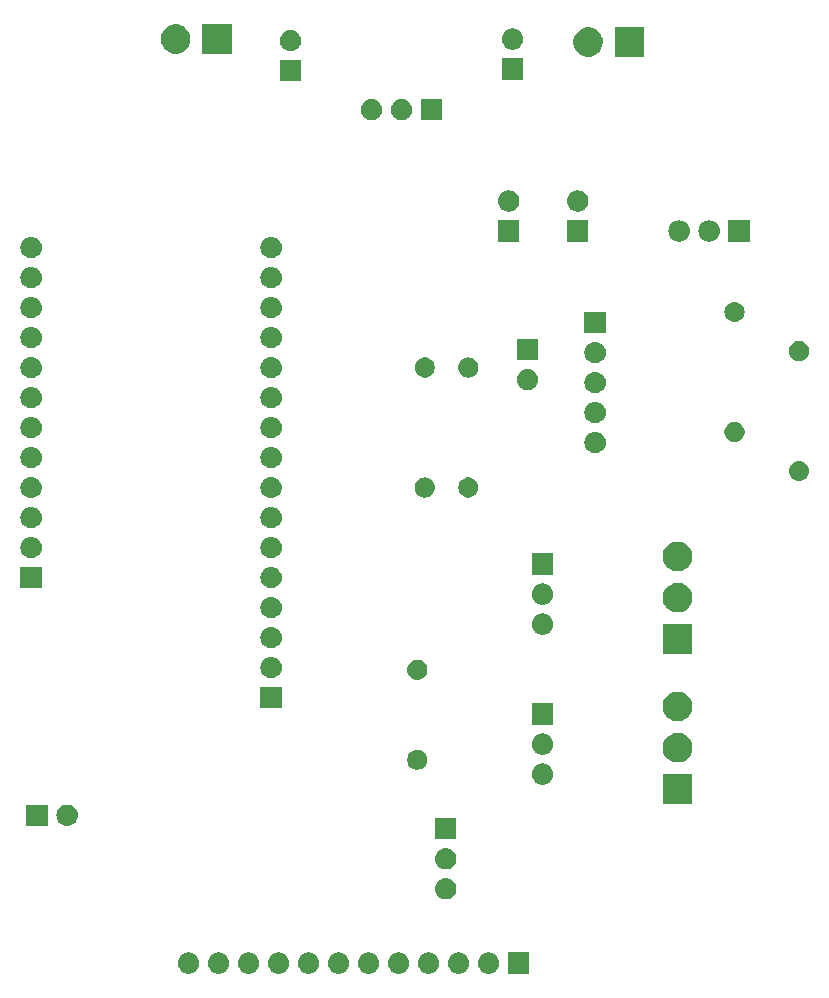
<source format=gbr>
G04 #@! TF.GenerationSoftware,KiCad,Pcbnew,5.0.2-bee76a0~70~ubuntu18.04.1*
G04 #@! TF.CreationDate,2019-07-28T23:18:03-04:00*
G04 #@! TF.ProjectId,knuth-gateway,6b6e7574-682d-4676-9174-657761792e6b,rev?*
G04 #@! TF.SameCoordinates,Original*
G04 #@! TF.FileFunction,Soldermask,Bot*
G04 #@! TF.FilePolarity,Negative*
%FSLAX46Y46*%
G04 Gerber Fmt 4.6, Leading zero omitted, Abs format (unit mm)*
G04 Created by KiCad (PCBNEW 5.0.2-bee76a0~70~ubuntu18.04.1) date Sun 28 Jul 2019 11:18:03 PM EDT*
%MOMM*%
%LPD*%
G01*
G04 APERTURE LIST*
%ADD10C,0.100000*%
G04 APERTURE END LIST*
D10*
G36*
X124599000Y-158000000D02*
X122797000Y-158000000D01*
X122797000Y-156198000D01*
X124599000Y-156198000D01*
X124599000Y-158000000D01*
X124599000Y-158000000D01*
G37*
G36*
X121268442Y-156204518D02*
X121334627Y-156211037D01*
X121447853Y-156245384D01*
X121504467Y-156262557D01*
X121643087Y-156336652D01*
X121660991Y-156346222D01*
X121696729Y-156375552D01*
X121798186Y-156458814D01*
X121881448Y-156560271D01*
X121910778Y-156596009D01*
X121910779Y-156596011D01*
X121994443Y-156752533D01*
X121994443Y-156752534D01*
X122045963Y-156922373D01*
X122063359Y-157099000D01*
X122045963Y-157275627D01*
X122011616Y-157388853D01*
X121994443Y-157445467D01*
X121920348Y-157584087D01*
X121910778Y-157601991D01*
X121881448Y-157637729D01*
X121798186Y-157739186D01*
X121696729Y-157822448D01*
X121660991Y-157851778D01*
X121660989Y-157851779D01*
X121504467Y-157935443D01*
X121447853Y-157952616D01*
X121334627Y-157986963D01*
X121268443Y-157993481D01*
X121202260Y-158000000D01*
X121113740Y-158000000D01*
X121047557Y-157993481D01*
X120981373Y-157986963D01*
X120868147Y-157952616D01*
X120811533Y-157935443D01*
X120655011Y-157851779D01*
X120655009Y-157851778D01*
X120619271Y-157822448D01*
X120517814Y-157739186D01*
X120434552Y-157637729D01*
X120405222Y-157601991D01*
X120395652Y-157584087D01*
X120321557Y-157445467D01*
X120304384Y-157388853D01*
X120270037Y-157275627D01*
X120252641Y-157099000D01*
X120270037Y-156922373D01*
X120321557Y-156752534D01*
X120321557Y-156752533D01*
X120405221Y-156596011D01*
X120405222Y-156596009D01*
X120434552Y-156560271D01*
X120517814Y-156458814D01*
X120619271Y-156375552D01*
X120655009Y-156346222D01*
X120672913Y-156336652D01*
X120811533Y-156262557D01*
X120868147Y-156245384D01*
X120981373Y-156211037D01*
X121047558Y-156204518D01*
X121113740Y-156198000D01*
X121202260Y-156198000D01*
X121268442Y-156204518D01*
X121268442Y-156204518D01*
G37*
G36*
X95868442Y-156204518D02*
X95934627Y-156211037D01*
X96047853Y-156245384D01*
X96104467Y-156262557D01*
X96243087Y-156336652D01*
X96260991Y-156346222D01*
X96296729Y-156375552D01*
X96398186Y-156458814D01*
X96481448Y-156560271D01*
X96510778Y-156596009D01*
X96510779Y-156596011D01*
X96594443Y-156752533D01*
X96594443Y-156752534D01*
X96645963Y-156922373D01*
X96663359Y-157099000D01*
X96645963Y-157275627D01*
X96611616Y-157388853D01*
X96594443Y-157445467D01*
X96520348Y-157584087D01*
X96510778Y-157601991D01*
X96481448Y-157637729D01*
X96398186Y-157739186D01*
X96296729Y-157822448D01*
X96260991Y-157851778D01*
X96260989Y-157851779D01*
X96104467Y-157935443D01*
X96047853Y-157952616D01*
X95934627Y-157986963D01*
X95868443Y-157993481D01*
X95802260Y-158000000D01*
X95713740Y-158000000D01*
X95647557Y-157993481D01*
X95581373Y-157986963D01*
X95468147Y-157952616D01*
X95411533Y-157935443D01*
X95255011Y-157851779D01*
X95255009Y-157851778D01*
X95219271Y-157822448D01*
X95117814Y-157739186D01*
X95034552Y-157637729D01*
X95005222Y-157601991D01*
X94995652Y-157584087D01*
X94921557Y-157445467D01*
X94904384Y-157388853D01*
X94870037Y-157275627D01*
X94852641Y-157099000D01*
X94870037Y-156922373D01*
X94921557Y-156752534D01*
X94921557Y-156752533D01*
X95005221Y-156596011D01*
X95005222Y-156596009D01*
X95034552Y-156560271D01*
X95117814Y-156458814D01*
X95219271Y-156375552D01*
X95255009Y-156346222D01*
X95272913Y-156336652D01*
X95411533Y-156262557D01*
X95468147Y-156245384D01*
X95581373Y-156211037D01*
X95647558Y-156204518D01*
X95713740Y-156198000D01*
X95802260Y-156198000D01*
X95868442Y-156204518D01*
X95868442Y-156204518D01*
G37*
G36*
X98408442Y-156204518D02*
X98474627Y-156211037D01*
X98587853Y-156245384D01*
X98644467Y-156262557D01*
X98783087Y-156336652D01*
X98800991Y-156346222D01*
X98836729Y-156375552D01*
X98938186Y-156458814D01*
X99021448Y-156560271D01*
X99050778Y-156596009D01*
X99050779Y-156596011D01*
X99134443Y-156752533D01*
X99134443Y-156752534D01*
X99185963Y-156922373D01*
X99203359Y-157099000D01*
X99185963Y-157275627D01*
X99151616Y-157388853D01*
X99134443Y-157445467D01*
X99060348Y-157584087D01*
X99050778Y-157601991D01*
X99021448Y-157637729D01*
X98938186Y-157739186D01*
X98836729Y-157822448D01*
X98800991Y-157851778D01*
X98800989Y-157851779D01*
X98644467Y-157935443D01*
X98587853Y-157952616D01*
X98474627Y-157986963D01*
X98408443Y-157993481D01*
X98342260Y-158000000D01*
X98253740Y-158000000D01*
X98187557Y-157993481D01*
X98121373Y-157986963D01*
X98008147Y-157952616D01*
X97951533Y-157935443D01*
X97795011Y-157851779D01*
X97795009Y-157851778D01*
X97759271Y-157822448D01*
X97657814Y-157739186D01*
X97574552Y-157637729D01*
X97545222Y-157601991D01*
X97535652Y-157584087D01*
X97461557Y-157445467D01*
X97444384Y-157388853D01*
X97410037Y-157275627D01*
X97392641Y-157099000D01*
X97410037Y-156922373D01*
X97461557Y-156752534D01*
X97461557Y-156752533D01*
X97545221Y-156596011D01*
X97545222Y-156596009D01*
X97574552Y-156560271D01*
X97657814Y-156458814D01*
X97759271Y-156375552D01*
X97795009Y-156346222D01*
X97812913Y-156336652D01*
X97951533Y-156262557D01*
X98008147Y-156245384D01*
X98121373Y-156211037D01*
X98187558Y-156204518D01*
X98253740Y-156198000D01*
X98342260Y-156198000D01*
X98408442Y-156204518D01*
X98408442Y-156204518D01*
G37*
G36*
X100948442Y-156204518D02*
X101014627Y-156211037D01*
X101127853Y-156245384D01*
X101184467Y-156262557D01*
X101323087Y-156336652D01*
X101340991Y-156346222D01*
X101376729Y-156375552D01*
X101478186Y-156458814D01*
X101561448Y-156560271D01*
X101590778Y-156596009D01*
X101590779Y-156596011D01*
X101674443Y-156752533D01*
X101674443Y-156752534D01*
X101725963Y-156922373D01*
X101743359Y-157099000D01*
X101725963Y-157275627D01*
X101691616Y-157388853D01*
X101674443Y-157445467D01*
X101600348Y-157584087D01*
X101590778Y-157601991D01*
X101561448Y-157637729D01*
X101478186Y-157739186D01*
X101376729Y-157822448D01*
X101340991Y-157851778D01*
X101340989Y-157851779D01*
X101184467Y-157935443D01*
X101127853Y-157952616D01*
X101014627Y-157986963D01*
X100948443Y-157993481D01*
X100882260Y-158000000D01*
X100793740Y-158000000D01*
X100727557Y-157993481D01*
X100661373Y-157986963D01*
X100548147Y-157952616D01*
X100491533Y-157935443D01*
X100335011Y-157851779D01*
X100335009Y-157851778D01*
X100299271Y-157822448D01*
X100197814Y-157739186D01*
X100114552Y-157637729D01*
X100085222Y-157601991D01*
X100075652Y-157584087D01*
X100001557Y-157445467D01*
X99984384Y-157388853D01*
X99950037Y-157275627D01*
X99932641Y-157099000D01*
X99950037Y-156922373D01*
X100001557Y-156752534D01*
X100001557Y-156752533D01*
X100085221Y-156596011D01*
X100085222Y-156596009D01*
X100114552Y-156560271D01*
X100197814Y-156458814D01*
X100299271Y-156375552D01*
X100335009Y-156346222D01*
X100352913Y-156336652D01*
X100491533Y-156262557D01*
X100548147Y-156245384D01*
X100661373Y-156211037D01*
X100727558Y-156204518D01*
X100793740Y-156198000D01*
X100882260Y-156198000D01*
X100948442Y-156204518D01*
X100948442Y-156204518D01*
G37*
G36*
X103488442Y-156204518D02*
X103554627Y-156211037D01*
X103667853Y-156245384D01*
X103724467Y-156262557D01*
X103863087Y-156336652D01*
X103880991Y-156346222D01*
X103916729Y-156375552D01*
X104018186Y-156458814D01*
X104101448Y-156560271D01*
X104130778Y-156596009D01*
X104130779Y-156596011D01*
X104214443Y-156752533D01*
X104214443Y-156752534D01*
X104265963Y-156922373D01*
X104283359Y-157099000D01*
X104265963Y-157275627D01*
X104231616Y-157388853D01*
X104214443Y-157445467D01*
X104140348Y-157584087D01*
X104130778Y-157601991D01*
X104101448Y-157637729D01*
X104018186Y-157739186D01*
X103916729Y-157822448D01*
X103880991Y-157851778D01*
X103880989Y-157851779D01*
X103724467Y-157935443D01*
X103667853Y-157952616D01*
X103554627Y-157986963D01*
X103488443Y-157993481D01*
X103422260Y-158000000D01*
X103333740Y-158000000D01*
X103267557Y-157993481D01*
X103201373Y-157986963D01*
X103088147Y-157952616D01*
X103031533Y-157935443D01*
X102875011Y-157851779D01*
X102875009Y-157851778D01*
X102839271Y-157822448D01*
X102737814Y-157739186D01*
X102654552Y-157637729D01*
X102625222Y-157601991D01*
X102615652Y-157584087D01*
X102541557Y-157445467D01*
X102524384Y-157388853D01*
X102490037Y-157275627D01*
X102472641Y-157099000D01*
X102490037Y-156922373D01*
X102541557Y-156752534D01*
X102541557Y-156752533D01*
X102625221Y-156596011D01*
X102625222Y-156596009D01*
X102654552Y-156560271D01*
X102737814Y-156458814D01*
X102839271Y-156375552D01*
X102875009Y-156346222D01*
X102892913Y-156336652D01*
X103031533Y-156262557D01*
X103088147Y-156245384D01*
X103201373Y-156211037D01*
X103267558Y-156204518D01*
X103333740Y-156198000D01*
X103422260Y-156198000D01*
X103488442Y-156204518D01*
X103488442Y-156204518D01*
G37*
G36*
X106028442Y-156204518D02*
X106094627Y-156211037D01*
X106207853Y-156245384D01*
X106264467Y-156262557D01*
X106403087Y-156336652D01*
X106420991Y-156346222D01*
X106456729Y-156375552D01*
X106558186Y-156458814D01*
X106641448Y-156560271D01*
X106670778Y-156596009D01*
X106670779Y-156596011D01*
X106754443Y-156752533D01*
X106754443Y-156752534D01*
X106805963Y-156922373D01*
X106823359Y-157099000D01*
X106805963Y-157275627D01*
X106771616Y-157388853D01*
X106754443Y-157445467D01*
X106680348Y-157584087D01*
X106670778Y-157601991D01*
X106641448Y-157637729D01*
X106558186Y-157739186D01*
X106456729Y-157822448D01*
X106420991Y-157851778D01*
X106420989Y-157851779D01*
X106264467Y-157935443D01*
X106207853Y-157952616D01*
X106094627Y-157986963D01*
X106028443Y-157993481D01*
X105962260Y-158000000D01*
X105873740Y-158000000D01*
X105807557Y-157993481D01*
X105741373Y-157986963D01*
X105628147Y-157952616D01*
X105571533Y-157935443D01*
X105415011Y-157851779D01*
X105415009Y-157851778D01*
X105379271Y-157822448D01*
X105277814Y-157739186D01*
X105194552Y-157637729D01*
X105165222Y-157601991D01*
X105155652Y-157584087D01*
X105081557Y-157445467D01*
X105064384Y-157388853D01*
X105030037Y-157275627D01*
X105012641Y-157099000D01*
X105030037Y-156922373D01*
X105081557Y-156752534D01*
X105081557Y-156752533D01*
X105165221Y-156596011D01*
X105165222Y-156596009D01*
X105194552Y-156560271D01*
X105277814Y-156458814D01*
X105379271Y-156375552D01*
X105415009Y-156346222D01*
X105432913Y-156336652D01*
X105571533Y-156262557D01*
X105628147Y-156245384D01*
X105741373Y-156211037D01*
X105807558Y-156204518D01*
X105873740Y-156198000D01*
X105962260Y-156198000D01*
X106028442Y-156204518D01*
X106028442Y-156204518D01*
G37*
G36*
X111108442Y-156204518D02*
X111174627Y-156211037D01*
X111287853Y-156245384D01*
X111344467Y-156262557D01*
X111483087Y-156336652D01*
X111500991Y-156346222D01*
X111536729Y-156375552D01*
X111638186Y-156458814D01*
X111721448Y-156560271D01*
X111750778Y-156596009D01*
X111750779Y-156596011D01*
X111834443Y-156752533D01*
X111834443Y-156752534D01*
X111885963Y-156922373D01*
X111903359Y-157099000D01*
X111885963Y-157275627D01*
X111851616Y-157388853D01*
X111834443Y-157445467D01*
X111760348Y-157584087D01*
X111750778Y-157601991D01*
X111721448Y-157637729D01*
X111638186Y-157739186D01*
X111536729Y-157822448D01*
X111500991Y-157851778D01*
X111500989Y-157851779D01*
X111344467Y-157935443D01*
X111287853Y-157952616D01*
X111174627Y-157986963D01*
X111108443Y-157993481D01*
X111042260Y-158000000D01*
X110953740Y-158000000D01*
X110887557Y-157993481D01*
X110821373Y-157986963D01*
X110708147Y-157952616D01*
X110651533Y-157935443D01*
X110495011Y-157851779D01*
X110495009Y-157851778D01*
X110459271Y-157822448D01*
X110357814Y-157739186D01*
X110274552Y-157637729D01*
X110245222Y-157601991D01*
X110235652Y-157584087D01*
X110161557Y-157445467D01*
X110144384Y-157388853D01*
X110110037Y-157275627D01*
X110092641Y-157099000D01*
X110110037Y-156922373D01*
X110161557Y-156752534D01*
X110161557Y-156752533D01*
X110245221Y-156596011D01*
X110245222Y-156596009D01*
X110274552Y-156560271D01*
X110357814Y-156458814D01*
X110459271Y-156375552D01*
X110495009Y-156346222D01*
X110512913Y-156336652D01*
X110651533Y-156262557D01*
X110708147Y-156245384D01*
X110821373Y-156211037D01*
X110887558Y-156204518D01*
X110953740Y-156198000D01*
X111042260Y-156198000D01*
X111108442Y-156204518D01*
X111108442Y-156204518D01*
G37*
G36*
X108568442Y-156204518D02*
X108634627Y-156211037D01*
X108747853Y-156245384D01*
X108804467Y-156262557D01*
X108943087Y-156336652D01*
X108960991Y-156346222D01*
X108996729Y-156375552D01*
X109098186Y-156458814D01*
X109181448Y-156560271D01*
X109210778Y-156596009D01*
X109210779Y-156596011D01*
X109294443Y-156752533D01*
X109294443Y-156752534D01*
X109345963Y-156922373D01*
X109363359Y-157099000D01*
X109345963Y-157275627D01*
X109311616Y-157388853D01*
X109294443Y-157445467D01*
X109220348Y-157584087D01*
X109210778Y-157601991D01*
X109181448Y-157637729D01*
X109098186Y-157739186D01*
X108996729Y-157822448D01*
X108960991Y-157851778D01*
X108960989Y-157851779D01*
X108804467Y-157935443D01*
X108747853Y-157952616D01*
X108634627Y-157986963D01*
X108568443Y-157993481D01*
X108502260Y-158000000D01*
X108413740Y-158000000D01*
X108347557Y-157993481D01*
X108281373Y-157986963D01*
X108168147Y-157952616D01*
X108111533Y-157935443D01*
X107955011Y-157851779D01*
X107955009Y-157851778D01*
X107919271Y-157822448D01*
X107817814Y-157739186D01*
X107734552Y-157637729D01*
X107705222Y-157601991D01*
X107695652Y-157584087D01*
X107621557Y-157445467D01*
X107604384Y-157388853D01*
X107570037Y-157275627D01*
X107552641Y-157099000D01*
X107570037Y-156922373D01*
X107621557Y-156752534D01*
X107621557Y-156752533D01*
X107705221Y-156596011D01*
X107705222Y-156596009D01*
X107734552Y-156560271D01*
X107817814Y-156458814D01*
X107919271Y-156375552D01*
X107955009Y-156346222D01*
X107972913Y-156336652D01*
X108111533Y-156262557D01*
X108168147Y-156245384D01*
X108281373Y-156211037D01*
X108347558Y-156204518D01*
X108413740Y-156198000D01*
X108502260Y-156198000D01*
X108568442Y-156204518D01*
X108568442Y-156204518D01*
G37*
G36*
X118728442Y-156204518D02*
X118794627Y-156211037D01*
X118907853Y-156245384D01*
X118964467Y-156262557D01*
X119103087Y-156336652D01*
X119120991Y-156346222D01*
X119156729Y-156375552D01*
X119258186Y-156458814D01*
X119341448Y-156560271D01*
X119370778Y-156596009D01*
X119370779Y-156596011D01*
X119454443Y-156752533D01*
X119454443Y-156752534D01*
X119505963Y-156922373D01*
X119523359Y-157099000D01*
X119505963Y-157275627D01*
X119471616Y-157388853D01*
X119454443Y-157445467D01*
X119380348Y-157584087D01*
X119370778Y-157601991D01*
X119341448Y-157637729D01*
X119258186Y-157739186D01*
X119156729Y-157822448D01*
X119120991Y-157851778D01*
X119120989Y-157851779D01*
X118964467Y-157935443D01*
X118907853Y-157952616D01*
X118794627Y-157986963D01*
X118728443Y-157993481D01*
X118662260Y-158000000D01*
X118573740Y-158000000D01*
X118507557Y-157993481D01*
X118441373Y-157986963D01*
X118328147Y-157952616D01*
X118271533Y-157935443D01*
X118115011Y-157851779D01*
X118115009Y-157851778D01*
X118079271Y-157822448D01*
X117977814Y-157739186D01*
X117894552Y-157637729D01*
X117865222Y-157601991D01*
X117855652Y-157584087D01*
X117781557Y-157445467D01*
X117764384Y-157388853D01*
X117730037Y-157275627D01*
X117712641Y-157099000D01*
X117730037Y-156922373D01*
X117781557Y-156752534D01*
X117781557Y-156752533D01*
X117865221Y-156596011D01*
X117865222Y-156596009D01*
X117894552Y-156560271D01*
X117977814Y-156458814D01*
X118079271Y-156375552D01*
X118115009Y-156346222D01*
X118132913Y-156336652D01*
X118271533Y-156262557D01*
X118328147Y-156245384D01*
X118441373Y-156211037D01*
X118507558Y-156204518D01*
X118573740Y-156198000D01*
X118662260Y-156198000D01*
X118728442Y-156204518D01*
X118728442Y-156204518D01*
G37*
G36*
X113648442Y-156204518D02*
X113714627Y-156211037D01*
X113827853Y-156245384D01*
X113884467Y-156262557D01*
X114023087Y-156336652D01*
X114040991Y-156346222D01*
X114076729Y-156375552D01*
X114178186Y-156458814D01*
X114261448Y-156560271D01*
X114290778Y-156596009D01*
X114290779Y-156596011D01*
X114374443Y-156752533D01*
X114374443Y-156752534D01*
X114425963Y-156922373D01*
X114443359Y-157099000D01*
X114425963Y-157275627D01*
X114391616Y-157388853D01*
X114374443Y-157445467D01*
X114300348Y-157584087D01*
X114290778Y-157601991D01*
X114261448Y-157637729D01*
X114178186Y-157739186D01*
X114076729Y-157822448D01*
X114040991Y-157851778D01*
X114040989Y-157851779D01*
X113884467Y-157935443D01*
X113827853Y-157952616D01*
X113714627Y-157986963D01*
X113648443Y-157993481D01*
X113582260Y-158000000D01*
X113493740Y-158000000D01*
X113427557Y-157993481D01*
X113361373Y-157986963D01*
X113248147Y-157952616D01*
X113191533Y-157935443D01*
X113035011Y-157851779D01*
X113035009Y-157851778D01*
X112999271Y-157822448D01*
X112897814Y-157739186D01*
X112814552Y-157637729D01*
X112785222Y-157601991D01*
X112775652Y-157584087D01*
X112701557Y-157445467D01*
X112684384Y-157388853D01*
X112650037Y-157275627D01*
X112632641Y-157099000D01*
X112650037Y-156922373D01*
X112701557Y-156752534D01*
X112701557Y-156752533D01*
X112785221Y-156596011D01*
X112785222Y-156596009D01*
X112814552Y-156560271D01*
X112897814Y-156458814D01*
X112999271Y-156375552D01*
X113035009Y-156346222D01*
X113052913Y-156336652D01*
X113191533Y-156262557D01*
X113248147Y-156245384D01*
X113361373Y-156211037D01*
X113427558Y-156204518D01*
X113493740Y-156198000D01*
X113582260Y-156198000D01*
X113648442Y-156204518D01*
X113648442Y-156204518D01*
G37*
G36*
X116188442Y-156204518D02*
X116254627Y-156211037D01*
X116367853Y-156245384D01*
X116424467Y-156262557D01*
X116563087Y-156336652D01*
X116580991Y-156346222D01*
X116616729Y-156375552D01*
X116718186Y-156458814D01*
X116801448Y-156560271D01*
X116830778Y-156596009D01*
X116830779Y-156596011D01*
X116914443Y-156752533D01*
X116914443Y-156752534D01*
X116965963Y-156922373D01*
X116983359Y-157099000D01*
X116965963Y-157275627D01*
X116931616Y-157388853D01*
X116914443Y-157445467D01*
X116840348Y-157584087D01*
X116830778Y-157601991D01*
X116801448Y-157637729D01*
X116718186Y-157739186D01*
X116616729Y-157822448D01*
X116580991Y-157851778D01*
X116580989Y-157851779D01*
X116424467Y-157935443D01*
X116367853Y-157952616D01*
X116254627Y-157986963D01*
X116188443Y-157993481D01*
X116122260Y-158000000D01*
X116033740Y-158000000D01*
X115967557Y-157993481D01*
X115901373Y-157986963D01*
X115788147Y-157952616D01*
X115731533Y-157935443D01*
X115575011Y-157851779D01*
X115575009Y-157851778D01*
X115539271Y-157822448D01*
X115437814Y-157739186D01*
X115354552Y-157637729D01*
X115325222Y-157601991D01*
X115315652Y-157584087D01*
X115241557Y-157445467D01*
X115224384Y-157388853D01*
X115190037Y-157275627D01*
X115172641Y-157099000D01*
X115190037Y-156922373D01*
X115241557Y-156752534D01*
X115241557Y-156752533D01*
X115325221Y-156596011D01*
X115325222Y-156596009D01*
X115354552Y-156560271D01*
X115437814Y-156458814D01*
X115539271Y-156375552D01*
X115575009Y-156346222D01*
X115592913Y-156336652D01*
X115731533Y-156262557D01*
X115788147Y-156245384D01*
X115901373Y-156211037D01*
X115967558Y-156204518D01*
X116033740Y-156198000D01*
X116122260Y-156198000D01*
X116188442Y-156204518D01*
X116188442Y-156204518D01*
G37*
G36*
X117648942Y-149918018D02*
X117715127Y-149924537D01*
X117828353Y-149958884D01*
X117884967Y-149976057D01*
X118023587Y-150050152D01*
X118041491Y-150059722D01*
X118077229Y-150089052D01*
X118178686Y-150172314D01*
X118261948Y-150273771D01*
X118291278Y-150309509D01*
X118291279Y-150309511D01*
X118374943Y-150466033D01*
X118374943Y-150466034D01*
X118426463Y-150635873D01*
X118443859Y-150812500D01*
X118426463Y-150989127D01*
X118392116Y-151102353D01*
X118374943Y-151158967D01*
X118300848Y-151297587D01*
X118291278Y-151315491D01*
X118261948Y-151351229D01*
X118178686Y-151452686D01*
X118077229Y-151535948D01*
X118041491Y-151565278D01*
X118041489Y-151565279D01*
X117884967Y-151648943D01*
X117828353Y-151666116D01*
X117715127Y-151700463D01*
X117648943Y-151706981D01*
X117582760Y-151713500D01*
X117494240Y-151713500D01*
X117428057Y-151706981D01*
X117361873Y-151700463D01*
X117248647Y-151666116D01*
X117192033Y-151648943D01*
X117035511Y-151565279D01*
X117035509Y-151565278D01*
X116999771Y-151535948D01*
X116898314Y-151452686D01*
X116815052Y-151351229D01*
X116785722Y-151315491D01*
X116776152Y-151297587D01*
X116702057Y-151158967D01*
X116684884Y-151102353D01*
X116650537Y-150989127D01*
X116633141Y-150812500D01*
X116650537Y-150635873D01*
X116702057Y-150466034D01*
X116702057Y-150466033D01*
X116785721Y-150309511D01*
X116785722Y-150309509D01*
X116815052Y-150273771D01*
X116898314Y-150172314D01*
X116999771Y-150089052D01*
X117035509Y-150059722D01*
X117053413Y-150050152D01*
X117192033Y-149976057D01*
X117248647Y-149958884D01*
X117361873Y-149924537D01*
X117428058Y-149918018D01*
X117494240Y-149911500D01*
X117582760Y-149911500D01*
X117648942Y-149918018D01*
X117648942Y-149918018D01*
G37*
G36*
X117648942Y-147378018D02*
X117715127Y-147384537D01*
X117828353Y-147418884D01*
X117884967Y-147436057D01*
X118023587Y-147510152D01*
X118041491Y-147519722D01*
X118077229Y-147549052D01*
X118178686Y-147632314D01*
X118261948Y-147733771D01*
X118291278Y-147769509D01*
X118291279Y-147769511D01*
X118374943Y-147926033D01*
X118374943Y-147926034D01*
X118426463Y-148095873D01*
X118443859Y-148272500D01*
X118426463Y-148449127D01*
X118392116Y-148562353D01*
X118374943Y-148618967D01*
X118300848Y-148757587D01*
X118291278Y-148775491D01*
X118261948Y-148811229D01*
X118178686Y-148912686D01*
X118077229Y-148995948D01*
X118041491Y-149025278D01*
X118041489Y-149025279D01*
X117884967Y-149108943D01*
X117828353Y-149126116D01*
X117715127Y-149160463D01*
X117648942Y-149166982D01*
X117582760Y-149173500D01*
X117494240Y-149173500D01*
X117428058Y-149166982D01*
X117361873Y-149160463D01*
X117248647Y-149126116D01*
X117192033Y-149108943D01*
X117035511Y-149025279D01*
X117035509Y-149025278D01*
X116999771Y-148995948D01*
X116898314Y-148912686D01*
X116815052Y-148811229D01*
X116785722Y-148775491D01*
X116776152Y-148757587D01*
X116702057Y-148618967D01*
X116684884Y-148562353D01*
X116650537Y-148449127D01*
X116633141Y-148272500D01*
X116650537Y-148095873D01*
X116702057Y-147926034D01*
X116702057Y-147926033D01*
X116785721Y-147769511D01*
X116785722Y-147769509D01*
X116815052Y-147733771D01*
X116898314Y-147632314D01*
X116999771Y-147549052D01*
X117035509Y-147519722D01*
X117053413Y-147510152D01*
X117192033Y-147436057D01*
X117248647Y-147418884D01*
X117361873Y-147384537D01*
X117428058Y-147378018D01*
X117494240Y-147371500D01*
X117582760Y-147371500D01*
X117648942Y-147378018D01*
X117648942Y-147378018D01*
G37*
G36*
X118439500Y-146633500D02*
X116637500Y-146633500D01*
X116637500Y-144831500D01*
X118439500Y-144831500D01*
X118439500Y-146633500D01*
X118439500Y-146633500D01*
G37*
G36*
X83832000Y-145490500D02*
X82030000Y-145490500D01*
X82030000Y-143688500D01*
X83832000Y-143688500D01*
X83832000Y-145490500D01*
X83832000Y-145490500D01*
G37*
G36*
X85581443Y-143695019D02*
X85647627Y-143701537D01*
X85760853Y-143735884D01*
X85817467Y-143753057D01*
X85956087Y-143827152D01*
X85973991Y-143836722D01*
X86009729Y-143866052D01*
X86111186Y-143949314D01*
X86194448Y-144050771D01*
X86223778Y-144086509D01*
X86223779Y-144086511D01*
X86307443Y-144243033D01*
X86307443Y-144243034D01*
X86358963Y-144412873D01*
X86376359Y-144589500D01*
X86358963Y-144766127D01*
X86339132Y-144831500D01*
X86307443Y-144935967D01*
X86233348Y-145074587D01*
X86223778Y-145092491D01*
X86194448Y-145128229D01*
X86111186Y-145229686D01*
X86009729Y-145312948D01*
X85973991Y-145342278D01*
X85973989Y-145342279D01*
X85817467Y-145425943D01*
X85760853Y-145443116D01*
X85647627Y-145477463D01*
X85581442Y-145483982D01*
X85515260Y-145490500D01*
X85426740Y-145490500D01*
X85360558Y-145483982D01*
X85294373Y-145477463D01*
X85181147Y-145443116D01*
X85124533Y-145425943D01*
X84968011Y-145342279D01*
X84968009Y-145342278D01*
X84932271Y-145312948D01*
X84830814Y-145229686D01*
X84747552Y-145128229D01*
X84718222Y-145092491D01*
X84708652Y-145074587D01*
X84634557Y-144935967D01*
X84602868Y-144831500D01*
X84583037Y-144766127D01*
X84565641Y-144589500D01*
X84583037Y-144412873D01*
X84634557Y-144243034D01*
X84634557Y-144243033D01*
X84718221Y-144086511D01*
X84718222Y-144086509D01*
X84747552Y-144050771D01*
X84830814Y-143949314D01*
X84932271Y-143866052D01*
X84968009Y-143836722D01*
X84985913Y-143827152D01*
X85124533Y-143753057D01*
X85181147Y-143735884D01*
X85294373Y-143701537D01*
X85360557Y-143695019D01*
X85426740Y-143688500D01*
X85515260Y-143688500D01*
X85581443Y-143695019D01*
X85581443Y-143695019D01*
G37*
G36*
X138411000Y-143618000D02*
X135909000Y-143618000D01*
X135909000Y-141116000D01*
X138411000Y-141116000D01*
X138411000Y-143618000D01*
X138411000Y-143618000D01*
G37*
G36*
X125840442Y-140202518D02*
X125906627Y-140209037D01*
X126019853Y-140243384D01*
X126076467Y-140260557D01*
X126138285Y-140293600D01*
X126232991Y-140344222D01*
X126268729Y-140373552D01*
X126370186Y-140456814D01*
X126447903Y-140551514D01*
X126482778Y-140594009D01*
X126482779Y-140594011D01*
X126566443Y-140750533D01*
X126566443Y-140750534D01*
X126617963Y-140920373D01*
X126635359Y-141097000D01*
X126617963Y-141273627D01*
X126583616Y-141386853D01*
X126566443Y-141443467D01*
X126492348Y-141582087D01*
X126482778Y-141599991D01*
X126453448Y-141635729D01*
X126370186Y-141737186D01*
X126268729Y-141820448D01*
X126232991Y-141849778D01*
X126232989Y-141849779D01*
X126076467Y-141933443D01*
X126019853Y-141950616D01*
X125906627Y-141984963D01*
X125840443Y-141991481D01*
X125774260Y-141998000D01*
X125685740Y-141998000D01*
X125619557Y-141991481D01*
X125553373Y-141984963D01*
X125440147Y-141950616D01*
X125383533Y-141933443D01*
X125227011Y-141849779D01*
X125227009Y-141849778D01*
X125191271Y-141820448D01*
X125089814Y-141737186D01*
X125006552Y-141635729D01*
X124977222Y-141599991D01*
X124967652Y-141582087D01*
X124893557Y-141443467D01*
X124876384Y-141386853D01*
X124842037Y-141273627D01*
X124824641Y-141097000D01*
X124842037Y-140920373D01*
X124893557Y-140750534D01*
X124893557Y-140750533D01*
X124977221Y-140594011D01*
X124977222Y-140594009D01*
X125012097Y-140551514D01*
X125089814Y-140456814D01*
X125191271Y-140373552D01*
X125227009Y-140344222D01*
X125321715Y-140293600D01*
X125383533Y-140260557D01*
X125440147Y-140243384D01*
X125553373Y-140209037D01*
X125619558Y-140202518D01*
X125685740Y-140196000D01*
X125774260Y-140196000D01*
X125840442Y-140202518D01*
X125840442Y-140202518D01*
G37*
G36*
X115373728Y-139072203D02*
X115528600Y-139136353D01*
X115667981Y-139229485D01*
X115786515Y-139348019D01*
X115879647Y-139487400D01*
X115943797Y-139642272D01*
X115976500Y-139806684D01*
X115976500Y-139974316D01*
X115943797Y-140138728D01*
X115879647Y-140293600D01*
X115786515Y-140432981D01*
X115667981Y-140551515D01*
X115528600Y-140644647D01*
X115373728Y-140708797D01*
X115209316Y-140741500D01*
X115041684Y-140741500D01*
X114877272Y-140708797D01*
X114722400Y-140644647D01*
X114583019Y-140551515D01*
X114464485Y-140432981D01*
X114371353Y-140293600D01*
X114307203Y-140138728D01*
X114274500Y-139974316D01*
X114274500Y-139806684D01*
X114307203Y-139642272D01*
X114371353Y-139487400D01*
X114464485Y-139348019D01*
X114583019Y-139229485D01*
X114722400Y-139136353D01*
X114877272Y-139072203D01*
X115041684Y-139039500D01*
X115209316Y-139039500D01*
X115373728Y-139072203D01*
X115373728Y-139072203D01*
G37*
G36*
X137343636Y-137628019D02*
X137524903Y-137664075D01*
X137752571Y-137758378D01*
X137956542Y-137894668D01*
X137957469Y-137895287D01*
X138131713Y-138069531D01*
X138131715Y-138069534D01*
X138268622Y-138274429D01*
X138362925Y-138502097D01*
X138411000Y-138743787D01*
X138411000Y-138990213D01*
X138362925Y-139231903D01*
X138268622Y-139459571D01*
X138146545Y-139642272D01*
X138131713Y-139664469D01*
X137957469Y-139838713D01*
X137957466Y-139838715D01*
X137752571Y-139975622D01*
X137524903Y-140069925D01*
X137343635Y-140105981D01*
X137283214Y-140118000D01*
X137036786Y-140118000D01*
X136976365Y-140105981D01*
X136795097Y-140069925D01*
X136567429Y-139975622D01*
X136362534Y-139838715D01*
X136362531Y-139838713D01*
X136188287Y-139664469D01*
X136173455Y-139642272D01*
X136051378Y-139459571D01*
X135957075Y-139231903D01*
X135909000Y-138990213D01*
X135909000Y-138743787D01*
X135957075Y-138502097D01*
X136051378Y-138274429D01*
X136188285Y-138069534D01*
X136188287Y-138069531D01*
X136362531Y-137895287D01*
X136363458Y-137894668D01*
X136567429Y-137758378D01*
X136795097Y-137664075D01*
X136976364Y-137628019D01*
X137036786Y-137616000D01*
X137283214Y-137616000D01*
X137343636Y-137628019D01*
X137343636Y-137628019D01*
G37*
G36*
X125840442Y-137662518D02*
X125906627Y-137669037D01*
X126019853Y-137703384D01*
X126076467Y-137720557D01*
X126215087Y-137794652D01*
X126232991Y-137804222D01*
X126268729Y-137833552D01*
X126370186Y-137916814D01*
X126453448Y-138018271D01*
X126482778Y-138054009D01*
X126482779Y-138054011D01*
X126566443Y-138210533D01*
X126566443Y-138210534D01*
X126617963Y-138380373D01*
X126635359Y-138557000D01*
X126617963Y-138733627D01*
X126583616Y-138846853D01*
X126566443Y-138903467D01*
X126520075Y-138990214D01*
X126482778Y-139059991D01*
X126472755Y-139072204D01*
X126370186Y-139197186D01*
X126268729Y-139280448D01*
X126232991Y-139309778D01*
X126232989Y-139309779D01*
X126076467Y-139393443D01*
X126019853Y-139410616D01*
X125906627Y-139444963D01*
X125840442Y-139451482D01*
X125774260Y-139458000D01*
X125685740Y-139458000D01*
X125619558Y-139451482D01*
X125553373Y-139444963D01*
X125440147Y-139410616D01*
X125383533Y-139393443D01*
X125227011Y-139309779D01*
X125227009Y-139309778D01*
X125191271Y-139280448D01*
X125089814Y-139197186D01*
X124987245Y-139072204D01*
X124977222Y-139059991D01*
X124939925Y-138990214D01*
X124893557Y-138903467D01*
X124876384Y-138846853D01*
X124842037Y-138733627D01*
X124824641Y-138557000D01*
X124842037Y-138380373D01*
X124893557Y-138210534D01*
X124893557Y-138210533D01*
X124977221Y-138054011D01*
X124977222Y-138054009D01*
X125006552Y-138018271D01*
X125089814Y-137916814D01*
X125191271Y-137833552D01*
X125227009Y-137804222D01*
X125244913Y-137794652D01*
X125383533Y-137720557D01*
X125440147Y-137703384D01*
X125553373Y-137669037D01*
X125619558Y-137662518D01*
X125685740Y-137656000D01*
X125774260Y-137656000D01*
X125840442Y-137662518D01*
X125840442Y-137662518D01*
G37*
G36*
X126631000Y-136918000D02*
X124829000Y-136918000D01*
X124829000Y-135116000D01*
X126631000Y-135116000D01*
X126631000Y-136918000D01*
X126631000Y-136918000D01*
G37*
G36*
X137343636Y-134128019D02*
X137524903Y-134164075D01*
X137752571Y-134258378D01*
X137956542Y-134394668D01*
X137957469Y-134395287D01*
X138131713Y-134569531D01*
X138131715Y-134569534D01*
X138268622Y-134774429D01*
X138362925Y-135002097D01*
X138411000Y-135243787D01*
X138411000Y-135490213D01*
X138362925Y-135731903D01*
X138268622Y-135959571D01*
X138132332Y-136163542D01*
X138131713Y-136164469D01*
X137957469Y-136338713D01*
X137957466Y-136338715D01*
X137752571Y-136475622D01*
X137524903Y-136569925D01*
X137343635Y-136605981D01*
X137283214Y-136618000D01*
X137036786Y-136618000D01*
X136976365Y-136605981D01*
X136795097Y-136569925D01*
X136567429Y-136475622D01*
X136362534Y-136338715D01*
X136362531Y-136338713D01*
X136188287Y-136164469D01*
X136187668Y-136163542D01*
X136051378Y-135959571D01*
X135957075Y-135731903D01*
X135909000Y-135490213D01*
X135909000Y-135243787D01*
X135957075Y-135002097D01*
X136051378Y-134774429D01*
X136188285Y-134569534D01*
X136188287Y-134569531D01*
X136362531Y-134395287D01*
X136363458Y-134394668D01*
X136567429Y-134258378D01*
X136795097Y-134164075D01*
X136976364Y-134128019D01*
X137036786Y-134116000D01*
X137283214Y-134116000D01*
X137343636Y-134128019D01*
X137343636Y-134128019D01*
G37*
G36*
X103644000Y-135521000D02*
X101842000Y-135521000D01*
X101842000Y-133719000D01*
X103644000Y-133719000D01*
X103644000Y-135521000D01*
X103644000Y-135521000D01*
G37*
G36*
X115292321Y-131431813D02*
X115292324Y-131431814D01*
X115292325Y-131431814D01*
X115452739Y-131480475D01*
X115452741Y-131480476D01*
X115452744Y-131480477D01*
X115600578Y-131559495D01*
X115730159Y-131665841D01*
X115836505Y-131795422D01*
X115915523Y-131943256D01*
X115964187Y-132103679D01*
X115980617Y-132270500D01*
X115964187Y-132437321D01*
X115964186Y-132437324D01*
X115964186Y-132437325D01*
X115919999Y-132582991D01*
X115915523Y-132597744D01*
X115836505Y-132745578D01*
X115730159Y-132875159D01*
X115600578Y-132981505D01*
X115452744Y-133060523D01*
X115452741Y-133060524D01*
X115452739Y-133060525D01*
X115292325Y-133109186D01*
X115292324Y-133109186D01*
X115292321Y-133109187D01*
X115167304Y-133121500D01*
X115083696Y-133121500D01*
X114958679Y-133109187D01*
X114958676Y-133109186D01*
X114958675Y-133109186D01*
X114798261Y-133060525D01*
X114798259Y-133060524D01*
X114798256Y-133060523D01*
X114650422Y-132981505D01*
X114520841Y-132875159D01*
X114414495Y-132745578D01*
X114335477Y-132597744D01*
X114331002Y-132582991D01*
X114286814Y-132437325D01*
X114286814Y-132437324D01*
X114286813Y-132437321D01*
X114270383Y-132270500D01*
X114286813Y-132103679D01*
X114335477Y-131943256D01*
X114414495Y-131795422D01*
X114520841Y-131665841D01*
X114650422Y-131559495D01*
X114798256Y-131480477D01*
X114798259Y-131480476D01*
X114798261Y-131480475D01*
X114958675Y-131431814D01*
X114958676Y-131431814D01*
X114958679Y-131431813D01*
X115083696Y-131419500D01*
X115167304Y-131419500D01*
X115292321Y-131431813D01*
X115292321Y-131431813D01*
G37*
G36*
X102853442Y-131185518D02*
X102919627Y-131192037D01*
X103032853Y-131226384D01*
X103089467Y-131243557D01*
X103228087Y-131317652D01*
X103245991Y-131327222D01*
X103281729Y-131356552D01*
X103383186Y-131439814D01*
X103466448Y-131541271D01*
X103495778Y-131577009D01*
X103495779Y-131577011D01*
X103579443Y-131733533D01*
X103579443Y-131733534D01*
X103630963Y-131903373D01*
X103648359Y-132080000D01*
X103630963Y-132256627D01*
X103596616Y-132369853D01*
X103579443Y-132426467D01*
X103573641Y-132437321D01*
X103495778Y-132582991D01*
X103483670Y-132597744D01*
X103383186Y-132720186D01*
X103281729Y-132803448D01*
X103245991Y-132832778D01*
X103245989Y-132832779D01*
X103089467Y-132916443D01*
X103032853Y-132933616D01*
X102919627Y-132967963D01*
X102853443Y-132974481D01*
X102787260Y-132981000D01*
X102698740Y-132981000D01*
X102632557Y-132974481D01*
X102566373Y-132967963D01*
X102453147Y-132933616D01*
X102396533Y-132916443D01*
X102240011Y-132832779D01*
X102240009Y-132832778D01*
X102204271Y-132803448D01*
X102102814Y-132720186D01*
X102002330Y-132597744D01*
X101990222Y-132582991D01*
X101912359Y-132437321D01*
X101906557Y-132426467D01*
X101889384Y-132369853D01*
X101855037Y-132256627D01*
X101837641Y-132080000D01*
X101855037Y-131903373D01*
X101906557Y-131733534D01*
X101906557Y-131733533D01*
X101990221Y-131577011D01*
X101990222Y-131577009D01*
X102019552Y-131541271D01*
X102102814Y-131439814D01*
X102204271Y-131356552D01*
X102240009Y-131327222D01*
X102257913Y-131317652D01*
X102396533Y-131243557D01*
X102453147Y-131226384D01*
X102566373Y-131192037D01*
X102632558Y-131185518D01*
X102698740Y-131179000D01*
X102787260Y-131179000D01*
X102853442Y-131185518D01*
X102853442Y-131185518D01*
G37*
G36*
X138411000Y-130918000D02*
X135909000Y-130918000D01*
X135909000Y-128416000D01*
X138411000Y-128416000D01*
X138411000Y-130918000D01*
X138411000Y-130918000D01*
G37*
G36*
X102853443Y-128645519D02*
X102919627Y-128652037D01*
X103032853Y-128686384D01*
X103089467Y-128703557D01*
X103164130Y-128743466D01*
X103245991Y-128787222D01*
X103281729Y-128816552D01*
X103383186Y-128899814D01*
X103466448Y-129001271D01*
X103495778Y-129037009D01*
X103495779Y-129037011D01*
X103579443Y-129193533D01*
X103579443Y-129193534D01*
X103630963Y-129363373D01*
X103648359Y-129540000D01*
X103630963Y-129716627D01*
X103596616Y-129829853D01*
X103579443Y-129886467D01*
X103505348Y-130025087D01*
X103495778Y-130042991D01*
X103466448Y-130078729D01*
X103383186Y-130180186D01*
X103281729Y-130263448D01*
X103245991Y-130292778D01*
X103245989Y-130292779D01*
X103089467Y-130376443D01*
X103032853Y-130393616D01*
X102919627Y-130427963D01*
X102853443Y-130434481D01*
X102787260Y-130441000D01*
X102698740Y-130441000D01*
X102632557Y-130434481D01*
X102566373Y-130427963D01*
X102453147Y-130393616D01*
X102396533Y-130376443D01*
X102240011Y-130292779D01*
X102240009Y-130292778D01*
X102204271Y-130263448D01*
X102102814Y-130180186D01*
X102019552Y-130078729D01*
X101990222Y-130042991D01*
X101980652Y-130025087D01*
X101906557Y-129886467D01*
X101889384Y-129829853D01*
X101855037Y-129716627D01*
X101837641Y-129540000D01*
X101855037Y-129363373D01*
X101906557Y-129193534D01*
X101906557Y-129193533D01*
X101990221Y-129037011D01*
X101990222Y-129037009D01*
X102019552Y-129001271D01*
X102102814Y-128899814D01*
X102204271Y-128816552D01*
X102240009Y-128787222D01*
X102321870Y-128743466D01*
X102396533Y-128703557D01*
X102453147Y-128686384D01*
X102566373Y-128652037D01*
X102632557Y-128645519D01*
X102698740Y-128639000D01*
X102787260Y-128639000D01*
X102853443Y-128645519D01*
X102853443Y-128645519D01*
G37*
G36*
X125840443Y-127502519D02*
X125906627Y-127509037D01*
X126019853Y-127543384D01*
X126076467Y-127560557D01*
X126215087Y-127634652D01*
X126232991Y-127644222D01*
X126268729Y-127673552D01*
X126370186Y-127756814D01*
X126453448Y-127858271D01*
X126482778Y-127894009D01*
X126482779Y-127894011D01*
X126566443Y-128050533D01*
X126566443Y-128050534D01*
X126617963Y-128220373D01*
X126635359Y-128397000D01*
X126617963Y-128573627D01*
X126583616Y-128686853D01*
X126566443Y-128743467D01*
X126543055Y-128787222D01*
X126482778Y-128899991D01*
X126453448Y-128935729D01*
X126370186Y-129037186D01*
X126268729Y-129120448D01*
X126232991Y-129149778D01*
X126232989Y-129149779D01*
X126076467Y-129233443D01*
X126019853Y-129250616D01*
X125906627Y-129284963D01*
X125840443Y-129291481D01*
X125774260Y-129298000D01*
X125685740Y-129298000D01*
X125619557Y-129291481D01*
X125553373Y-129284963D01*
X125440147Y-129250616D01*
X125383533Y-129233443D01*
X125227011Y-129149779D01*
X125227009Y-129149778D01*
X125191271Y-129120448D01*
X125089814Y-129037186D01*
X125006552Y-128935729D01*
X124977222Y-128899991D01*
X124916945Y-128787222D01*
X124893557Y-128743467D01*
X124876384Y-128686853D01*
X124842037Y-128573627D01*
X124824641Y-128397000D01*
X124842037Y-128220373D01*
X124893557Y-128050534D01*
X124893557Y-128050533D01*
X124977221Y-127894011D01*
X124977222Y-127894009D01*
X125006552Y-127858271D01*
X125089814Y-127756814D01*
X125191271Y-127673552D01*
X125227009Y-127644222D01*
X125244913Y-127634652D01*
X125383533Y-127560557D01*
X125440147Y-127543384D01*
X125553373Y-127509037D01*
X125619557Y-127502519D01*
X125685740Y-127496000D01*
X125774260Y-127496000D01*
X125840443Y-127502519D01*
X125840443Y-127502519D01*
G37*
G36*
X102853443Y-126105519D02*
X102919627Y-126112037D01*
X103032853Y-126146384D01*
X103089467Y-126163557D01*
X103164130Y-126203466D01*
X103245991Y-126247222D01*
X103281729Y-126276552D01*
X103383186Y-126359814D01*
X103466448Y-126461271D01*
X103495778Y-126497009D01*
X103495779Y-126497011D01*
X103579443Y-126653533D01*
X103579443Y-126653534D01*
X103630963Y-126823373D01*
X103648359Y-127000000D01*
X103630963Y-127176627D01*
X103600933Y-127275622D01*
X103579443Y-127346467D01*
X103566904Y-127369925D01*
X103495778Y-127502991D01*
X103490816Y-127509037D01*
X103383186Y-127640186D01*
X103281729Y-127723448D01*
X103245991Y-127752778D01*
X103245989Y-127752779D01*
X103089467Y-127836443D01*
X103032853Y-127853616D01*
X102919627Y-127887963D01*
X102853442Y-127894482D01*
X102787260Y-127901000D01*
X102698740Y-127901000D01*
X102632558Y-127894482D01*
X102566373Y-127887963D01*
X102453147Y-127853616D01*
X102396533Y-127836443D01*
X102240011Y-127752779D01*
X102240009Y-127752778D01*
X102204271Y-127723448D01*
X102102814Y-127640186D01*
X101995184Y-127509037D01*
X101990222Y-127502991D01*
X101919096Y-127369925D01*
X101906557Y-127346467D01*
X101885067Y-127275622D01*
X101855037Y-127176627D01*
X101837641Y-127000000D01*
X101855037Y-126823373D01*
X101906557Y-126653534D01*
X101906557Y-126653533D01*
X101990221Y-126497011D01*
X101990222Y-126497009D01*
X102019552Y-126461271D01*
X102102814Y-126359814D01*
X102204271Y-126276552D01*
X102240009Y-126247222D01*
X102321870Y-126203466D01*
X102396533Y-126163557D01*
X102453147Y-126146384D01*
X102566373Y-126112037D01*
X102632557Y-126105519D01*
X102698740Y-126099000D01*
X102787260Y-126099000D01*
X102853443Y-126105519D01*
X102853443Y-126105519D01*
G37*
G36*
X137343635Y-124928019D02*
X137524903Y-124964075D01*
X137752571Y-125058378D01*
X137956542Y-125194668D01*
X137957469Y-125195287D01*
X138131713Y-125369531D01*
X138131715Y-125369534D01*
X138268622Y-125574429D01*
X138362925Y-125802097D01*
X138411000Y-126043787D01*
X138411000Y-126290213D01*
X138362925Y-126531903D01*
X138268622Y-126759571D01*
X138225989Y-126823375D01*
X138131713Y-126964469D01*
X137957469Y-127138713D01*
X137957466Y-127138715D01*
X137752571Y-127275622D01*
X137524903Y-127369925D01*
X137343635Y-127405981D01*
X137283214Y-127418000D01*
X137036786Y-127418000D01*
X136976365Y-127405981D01*
X136795097Y-127369925D01*
X136567429Y-127275622D01*
X136362534Y-127138715D01*
X136362531Y-127138713D01*
X136188287Y-126964469D01*
X136094011Y-126823375D01*
X136051378Y-126759571D01*
X135957075Y-126531903D01*
X135909000Y-126290213D01*
X135909000Y-126043787D01*
X135957075Y-125802097D01*
X136051378Y-125574429D01*
X136188285Y-125369534D01*
X136188287Y-125369531D01*
X136362531Y-125195287D01*
X136363458Y-125194668D01*
X136567429Y-125058378D01*
X136795097Y-124964075D01*
X136976365Y-124928019D01*
X137036786Y-124916000D01*
X137283214Y-124916000D01*
X137343635Y-124928019D01*
X137343635Y-124928019D01*
G37*
G36*
X125840443Y-124962519D02*
X125906627Y-124969037D01*
X126019853Y-125003384D01*
X126076467Y-125020557D01*
X126215087Y-125094652D01*
X126232991Y-125104222D01*
X126268729Y-125133552D01*
X126370186Y-125216814D01*
X126453448Y-125318271D01*
X126482778Y-125354009D01*
X126482779Y-125354011D01*
X126566443Y-125510533D01*
X126566443Y-125510534D01*
X126617963Y-125680373D01*
X126635359Y-125857000D01*
X126617963Y-126033627D01*
X126583616Y-126146853D01*
X126566443Y-126203467D01*
X126520075Y-126290214D01*
X126482778Y-126359991D01*
X126453448Y-126395729D01*
X126370186Y-126497186D01*
X126268729Y-126580448D01*
X126232991Y-126609778D01*
X126232989Y-126609779D01*
X126076467Y-126693443D01*
X126019853Y-126710616D01*
X125906627Y-126744963D01*
X125840442Y-126751482D01*
X125774260Y-126758000D01*
X125685740Y-126758000D01*
X125619558Y-126751482D01*
X125553373Y-126744963D01*
X125440147Y-126710616D01*
X125383533Y-126693443D01*
X125227011Y-126609779D01*
X125227009Y-126609778D01*
X125191271Y-126580448D01*
X125089814Y-126497186D01*
X125006552Y-126395729D01*
X124977222Y-126359991D01*
X124939925Y-126290214D01*
X124893557Y-126203467D01*
X124876384Y-126146853D01*
X124842037Y-126033627D01*
X124824641Y-125857000D01*
X124842037Y-125680373D01*
X124893557Y-125510534D01*
X124893557Y-125510533D01*
X124977221Y-125354011D01*
X124977222Y-125354009D01*
X125006552Y-125318271D01*
X125089814Y-125216814D01*
X125191271Y-125133552D01*
X125227009Y-125104222D01*
X125244913Y-125094652D01*
X125383533Y-125020557D01*
X125440147Y-125003384D01*
X125553373Y-124969037D01*
X125619557Y-124962519D01*
X125685740Y-124956000D01*
X125774260Y-124956000D01*
X125840443Y-124962519D01*
X125840443Y-124962519D01*
G37*
G36*
X102853442Y-123565518D02*
X102919627Y-123572037D01*
X103032853Y-123606384D01*
X103089467Y-123623557D01*
X103228087Y-123697652D01*
X103245991Y-123707222D01*
X103281729Y-123736552D01*
X103383186Y-123819814D01*
X103424310Y-123869925D01*
X103495778Y-123957009D01*
X103495779Y-123957011D01*
X103579443Y-124113533D01*
X103579443Y-124113534D01*
X103630963Y-124283373D01*
X103648359Y-124460000D01*
X103630963Y-124636627D01*
X103596616Y-124749853D01*
X103579443Y-124806467D01*
X103505348Y-124945087D01*
X103495778Y-124962991D01*
X103494888Y-124964075D01*
X103383186Y-125100186D01*
X103281729Y-125183448D01*
X103245991Y-125212778D01*
X103245989Y-125212779D01*
X103089467Y-125296443D01*
X103032853Y-125313616D01*
X102919627Y-125347963D01*
X102853442Y-125354482D01*
X102787260Y-125361000D01*
X102698740Y-125361000D01*
X102632558Y-125354482D01*
X102566373Y-125347963D01*
X102453147Y-125313616D01*
X102396533Y-125296443D01*
X102240011Y-125212779D01*
X102240009Y-125212778D01*
X102204271Y-125183448D01*
X102102814Y-125100186D01*
X101991112Y-124964075D01*
X101990222Y-124962991D01*
X101980652Y-124945087D01*
X101906557Y-124806467D01*
X101889384Y-124749853D01*
X101855037Y-124636627D01*
X101837641Y-124460000D01*
X101855037Y-124283373D01*
X101906557Y-124113534D01*
X101906557Y-124113533D01*
X101990221Y-123957011D01*
X101990222Y-123957009D01*
X102061690Y-123869925D01*
X102102814Y-123819814D01*
X102204271Y-123736552D01*
X102240009Y-123707222D01*
X102257913Y-123697652D01*
X102396533Y-123623557D01*
X102453147Y-123606384D01*
X102566373Y-123572037D01*
X102632558Y-123565518D01*
X102698740Y-123559000D01*
X102787260Y-123559000D01*
X102853442Y-123565518D01*
X102853442Y-123565518D01*
G37*
G36*
X83324000Y-125361000D02*
X81522000Y-125361000D01*
X81522000Y-123559000D01*
X83324000Y-123559000D01*
X83324000Y-125361000D01*
X83324000Y-125361000D01*
G37*
G36*
X126631000Y-124218000D02*
X124829000Y-124218000D01*
X124829000Y-122416000D01*
X126631000Y-122416000D01*
X126631000Y-124218000D01*
X126631000Y-124218000D01*
G37*
G36*
X137343636Y-121428019D02*
X137524903Y-121464075D01*
X137752571Y-121558378D01*
X137956542Y-121694668D01*
X137957469Y-121695287D01*
X138131713Y-121869531D01*
X138131715Y-121869534D01*
X138268622Y-122074429D01*
X138362925Y-122302097D01*
X138411000Y-122543787D01*
X138411000Y-122790213D01*
X138362925Y-123031903D01*
X138268622Y-123259571D01*
X138132332Y-123463542D01*
X138131713Y-123464469D01*
X137957469Y-123638713D01*
X137957466Y-123638715D01*
X137752571Y-123775622D01*
X137524903Y-123869925D01*
X137343636Y-123905981D01*
X137283214Y-123918000D01*
X137036786Y-123918000D01*
X136976364Y-123905981D01*
X136795097Y-123869925D01*
X136567429Y-123775622D01*
X136362534Y-123638715D01*
X136362531Y-123638713D01*
X136188287Y-123464469D01*
X136187668Y-123463542D01*
X136051378Y-123259571D01*
X135957075Y-123031903D01*
X135909000Y-122790213D01*
X135909000Y-122543787D01*
X135957075Y-122302097D01*
X136051378Y-122074429D01*
X136188285Y-121869534D01*
X136188287Y-121869531D01*
X136362531Y-121695287D01*
X136363458Y-121694668D01*
X136567429Y-121558378D01*
X136795097Y-121464075D01*
X136976364Y-121428019D01*
X137036786Y-121416000D01*
X137283214Y-121416000D01*
X137343636Y-121428019D01*
X137343636Y-121428019D01*
G37*
G36*
X82533442Y-121025518D02*
X82599627Y-121032037D01*
X82712853Y-121066384D01*
X82769467Y-121083557D01*
X82908087Y-121157652D01*
X82925991Y-121167222D01*
X82961729Y-121196552D01*
X83063186Y-121279814D01*
X83146448Y-121381271D01*
X83175778Y-121417009D01*
X83175779Y-121417011D01*
X83259443Y-121573533D01*
X83259443Y-121573534D01*
X83310963Y-121743373D01*
X83328359Y-121920000D01*
X83310963Y-122096627D01*
X83276616Y-122209853D01*
X83259443Y-122266467D01*
X83240398Y-122302097D01*
X83175778Y-122422991D01*
X83146448Y-122458729D01*
X83063186Y-122560186D01*
X82961729Y-122643448D01*
X82925991Y-122672778D01*
X82925989Y-122672779D01*
X82769467Y-122756443D01*
X82712853Y-122773616D01*
X82599627Y-122807963D01*
X82533443Y-122814481D01*
X82467260Y-122821000D01*
X82378740Y-122821000D01*
X82312557Y-122814481D01*
X82246373Y-122807963D01*
X82133147Y-122773616D01*
X82076533Y-122756443D01*
X81920011Y-122672779D01*
X81920009Y-122672778D01*
X81884271Y-122643448D01*
X81782814Y-122560186D01*
X81699552Y-122458729D01*
X81670222Y-122422991D01*
X81605602Y-122302097D01*
X81586557Y-122266467D01*
X81569384Y-122209853D01*
X81535037Y-122096627D01*
X81517641Y-121920000D01*
X81535037Y-121743373D01*
X81586557Y-121573534D01*
X81586557Y-121573533D01*
X81670221Y-121417011D01*
X81670222Y-121417009D01*
X81699552Y-121381271D01*
X81782814Y-121279814D01*
X81884271Y-121196552D01*
X81920009Y-121167222D01*
X81937913Y-121157652D01*
X82076533Y-121083557D01*
X82133147Y-121066384D01*
X82246373Y-121032037D01*
X82312558Y-121025518D01*
X82378740Y-121019000D01*
X82467260Y-121019000D01*
X82533442Y-121025518D01*
X82533442Y-121025518D01*
G37*
G36*
X102853442Y-121025518D02*
X102919627Y-121032037D01*
X103032853Y-121066384D01*
X103089467Y-121083557D01*
X103228087Y-121157652D01*
X103245991Y-121167222D01*
X103281729Y-121196552D01*
X103383186Y-121279814D01*
X103466448Y-121381271D01*
X103495778Y-121417009D01*
X103495779Y-121417011D01*
X103579443Y-121573533D01*
X103579443Y-121573534D01*
X103630963Y-121743373D01*
X103648359Y-121920000D01*
X103630963Y-122096627D01*
X103596616Y-122209853D01*
X103579443Y-122266467D01*
X103560398Y-122302097D01*
X103495778Y-122422991D01*
X103466448Y-122458729D01*
X103383186Y-122560186D01*
X103281729Y-122643448D01*
X103245991Y-122672778D01*
X103245989Y-122672779D01*
X103089467Y-122756443D01*
X103032853Y-122773616D01*
X102919627Y-122807963D01*
X102853443Y-122814481D01*
X102787260Y-122821000D01*
X102698740Y-122821000D01*
X102632557Y-122814481D01*
X102566373Y-122807963D01*
X102453147Y-122773616D01*
X102396533Y-122756443D01*
X102240011Y-122672779D01*
X102240009Y-122672778D01*
X102204271Y-122643448D01*
X102102814Y-122560186D01*
X102019552Y-122458729D01*
X101990222Y-122422991D01*
X101925602Y-122302097D01*
X101906557Y-122266467D01*
X101889384Y-122209853D01*
X101855037Y-122096627D01*
X101837641Y-121920000D01*
X101855037Y-121743373D01*
X101906557Y-121573534D01*
X101906557Y-121573533D01*
X101990221Y-121417011D01*
X101990222Y-121417009D01*
X102019552Y-121381271D01*
X102102814Y-121279814D01*
X102204271Y-121196552D01*
X102240009Y-121167222D01*
X102257913Y-121157652D01*
X102396533Y-121083557D01*
X102453147Y-121066384D01*
X102566373Y-121032037D01*
X102632558Y-121025518D01*
X102698740Y-121019000D01*
X102787260Y-121019000D01*
X102853442Y-121025518D01*
X102853442Y-121025518D01*
G37*
G36*
X102853442Y-118485518D02*
X102919627Y-118492037D01*
X103032853Y-118526384D01*
X103089467Y-118543557D01*
X103228087Y-118617652D01*
X103245991Y-118627222D01*
X103281729Y-118656552D01*
X103383186Y-118739814D01*
X103466448Y-118841271D01*
X103495778Y-118877009D01*
X103495779Y-118877011D01*
X103579443Y-119033533D01*
X103579443Y-119033534D01*
X103630963Y-119203373D01*
X103648359Y-119380000D01*
X103630963Y-119556627D01*
X103596616Y-119669853D01*
X103579443Y-119726467D01*
X103505348Y-119865087D01*
X103495778Y-119882991D01*
X103466448Y-119918729D01*
X103383186Y-120020186D01*
X103281729Y-120103448D01*
X103245991Y-120132778D01*
X103245989Y-120132779D01*
X103089467Y-120216443D01*
X103032853Y-120233616D01*
X102919627Y-120267963D01*
X102853442Y-120274482D01*
X102787260Y-120281000D01*
X102698740Y-120281000D01*
X102632558Y-120274482D01*
X102566373Y-120267963D01*
X102453147Y-120233616D01*
X102396533Y-120216443D01*
X102240011Y-120132779D01*
X102240009Y-120132778D01*
X102204271Y-120103448D01*
X102102814Y-120020186D01*
X102019552Y-119918729D01*
X101990222Y-119882991D01*
X101980652Y-119865087D01*
X101906557Y-119726467D01*
X101889384Y-119669853D01*
X101855037Y-119556627D01*
X101837641Y-119380000D01*
X101855037Y-119203373D01*
X101906557Y-119033534D01*
X101906557Y-119033533D01*
X101990221Y-118877011D01*
X101990222Y-118877009D01*
X102019552Y-118841271D01*
X102102814Y-118739814D01*
X102204271Y-118656552D01*
X102240009Y-118627222D01*
X102257913Y-118617652D01*
X102396533Y-118543557D01*
X102453147Y-118526384D01*
X102566373Y-118492037D01*
X102632558Y-118485518D01*
X102698740Y-118479000D01*
X102787260Y-118479000D01*
X102853442Y-118485518D01*
X102853442Y-118485518D01*
G37*
G36*
X82533442Y-118485518D02*
X82599627Y-118492037D01*
X82712853Y-118526384D01*
X82769467Y-118543557D01*
X82908087Y-118617652D01*
X82925991Y-118627222D01*
X82961729Y-118656552D01*
X83063186Y-118739814D01*
X83146448Y-118841271D01*
X83175778Y-118877009D01*
X83175779Y-118877011D01*
X83259443Y-119033533D01*
X83259443Y-119033534D01*
X83310963Y-119203373D01*
X83328359Y-119380000D01*
X83310963Y-119556627D01*
X83276616Y-119669853D01*
X83259443Y-119726467D01*
X83185348Y-119865087D01*
X83175778Y-119882991D01*
X83146448Y-119918729D01*
X83063186Y-120020186D01*
X82961729Y-120103448D01*
X82925991Y-120132778D01*
X82925989Y-120132779D01*
X82769467Y-120216443D01*
X82712853Y-120233616D01*
X82599627Y-120267963D01*
X82533442Y-120274482D01*
X82467260Y-120281000D01*
X82378740Y-120281000D01*
X82312558Y-120274482D01*
X82246373Y-120267963D01*
X82133147Y-120233616D01*
X82076533Y-120216443D01*
X81920011Y-120132779D01*
X81920009Y-120132778D01*
X81884271Y-120103448D01*
X81782814Y-120020186D01*
X81699552Y-119918729D01*
X81670222Y-119882991D01*
X81660652Y-119865087D01*
X81586557Y-119726467D01*
X81569384Y-119669853D01*
X81535037Y-119556627D01*
X81517641Y-119380000D01*
X81535037Y-119203373D01*
X81586557Y-119033534D01*
X81586557Y-119033533D01*
X81670221Y-118877011D01*
X81670222Y-118877009D01*
X81699552Y-118841271D01*
X81782814Y-118739814D01*
X81884271Y-118656552D01*
X81920009Y-118627222D01*
X81937913Y-118617652D01*
X82076533Y-118543557D01*
X82133147Y-118526384D01*
X82246373Y-118492037D01*
X82312558Y-118485518D01*
X82378740Y-118479000D01*
X82467260Y-118479000D01*
X82533442Y-118485518D01*
X82533442Y-118485518D01*
G37*
G36*
X102853442Y-115945518D02*
X102919627Y-115952037D01*
X103032853Y-115986384D01*
X103089467Y-116003557D01*
X103176311Y-116049977D01*
X103245991Y-116087222D01*
X103281729Y-116116552D01*
X103383186Y-116199814D01*
X103450376Y-116281687D01*
X103495778Y-116337009D01*
X103495779Y-116337011D01*
X103579443Y-116493533D01*
X103596616Y-116550147D01*
X103630963Y-116663373D01*
X103648359Y-116840000D01*
X103630963Y-117016627D01*
X103609243Y-117088228D01*
X103579443Y-117186467D01*
X103510698Y-117315078D01*
X103495778Y-117342991D01*
X103466448Y-117378729D01*
X103383186Y-117480186D01*
X103281729Y-117563448D01*
X103245991Y-117592778D01*
X103245989Y-117592779D01*
X103089467Y-117676443D01*
X103082069Y-117678687D01*
X102919627Y-117727963D01*
X102853442Y-117734482D01*
X102787260Y-117741000D01*
X102698740Y-117741000D01*
X102632558Y-117734482D01*
X102566373Y-117727963D01*
X102403931Y-117678687D01*
X102396533Y-117676443D01*
X102240011Y-117592779D01*
X102240009Y-117592778D01*
X102204271Y-117563448D01*
X102102814Y-117480186D01*
X102019552Y-117378729D01*
X101990222Y-117342991D01*
X101975302Y-117315078D01*
X101906557Y-117186467D01*
X101876757Y-117088228D01*
X101855037Y-117016627D01*
X101837641Y-116840000D01*
X101855037Y-116663373D01*
X101889384Y-116550147D01*
X101906557Y-116493533D01*
X101990221Y-116337011D01*
X101990222Y-116337009D01*
X102035624Y-116281687D01*
X102102814Y-116199814D01*
X102204271Y-116116552D01*
X102240009Y-116087222D01*
X102309689Y-116049977D01*
X102396533Y-116003557D01*
X102453147Y-115986384D01*
X102566373Y-115952037D01*
X102632558Y-115945518D01*
X102698740Y-115939000D01*
X102787260Y-115939000D01*
X102853442Y-115945518D01*
X102853442Y-115945518D01*
G37*
G36*
X82533442Y-115945518D02*
X82599627Y-115952037D01*
X82712853Y-115986384D01*
X82769467Y-116003557D01*
X82856311Y-116049977D01*
X82925991Y-116087222D01*
X82961729Y-116116552D01*
X83063186Y-116199814D01*
X83130376Y-116281687D01*
X83175778Y-116337009D01*
X83175779Y-116337011D01*
X83259443Y-116493533D01*
X83276616Y-116550147D01*
X83310963Y-116663373D01*
X83328359Y-116840000D01*
X83310963Y-117016627D01*
X83289243Y-117088228D01*
X83259443Y-117186467D01*
X83190698Y-117315078D01*
X83175778Y-117342991D01*
X83146448Y-117378729D01*
X83063186Y-117480186D01*
X82961729Y-117563448D01*
X82925991Y-117592778D01*
X82925989Y-117592779D01*
X82769467Y-117676443D01*
X82762069Y-117678687D01*
X82599627Y-117727963D01*
X82533442Y-117734482D01*
X82467260Y-117741000D01*
X82378740Y-117741000D01*
X82312558Y-117734482D01*
X82246373Y-117727963D01*
X82083931Y-117678687D01*
X82076533Y-117676443D01*
X81920011Y-117592779D01*
X81920009Y-117592778D01*
X81884271Y-117563448D01*
X81782814Y-117480186D01*
X81699552Y-117378729D01*
X81670222Y-117342991D01*
X81655302Y-117315078D01*
X81586557Y-117186467D01*
X81556757Y-117088228D01*
X81535037Y-117016627D01*
X81517641Y-116840000D01*
X81535037Y-116663373D01*
X81569384Y-116550147D01*
X81586557Y-116493533D01*
X81670221Y-116337011D01*
X81670222Y-116337009D01*
X81715624Y-116281687D01*
X81782814Y-116199814D01*
X81884271Y-116116552D01*
X81920009Y-116087222D01*
X81989689Y-116049977D01*
X82076533Y-116003557D01*
X82133147Y-115986384D01*
X82246373Y-115952037D01*
X82312558Y-115945518D01*
X82378740Y-115939000D01*
X82467260Y-115939000D01*
X82533442Y-115945518D01*
X82533442Y-115945518D01*
G37*
G36*
X115927321Y-116001313D02*
X115927324Y-116001314D01*
X115927325Y-116001314D01*
X116087739Y-116049975D01*
X116087741Y-116049976D01*
X116087744Y-116049977D01*
X116235578Y-116128995D01*
X116365159Y-116235341D01*
X116471505Y-116364922D01*
X116550523Y-116512756D01*
X116550524Y-116512759D01*
X116550525Y-116512761D01*
X116596213Y-116663375D01*
X116599187Y-116673179D01*
X116615617Y-116840000D01*
X116599187Y-117006821D01*
X116599186Y-117006824D01*
X116599186Y-117006825D01*
X116574493Y-117088228D01*
X116550523Y-117167244D01*
X116471505Y-117315078D01*
X116365159Y-117444659D01*
X116235578Y-117551005D01*
X116087744Y-117630023D01*
X116087741Y-117630024D01*
X116087739Y-117630025D01*
X115927325Y-117678686D01*
X115927324Y-117678686D01*
X115927321Y-117678687D01*
X115802304Y-117691000D01*
X115718696Y-117691000D01*
X115593679Y-117678687D01*
X115593676Y-117678686D01*
X115593675Y-117678686D01*
X115433261Y-117630025D01*
X115433259Y-117630024D01*
X115433256Y-117630023D01*
X115285422Y-117551005D01*
X115155841Y-117444659D01*
X115049495Y-117315078D01*
X114970477Y-117167244D01*
X114946508Y-117088228D01*
X114921814Y-117006825D01*
X114921814Y-117006824D01*
X114921813Y-117006821D01*
X114905383Y-116840000D01*
X114921813Y-116673179D01*
X114924787Y-116663375D01*
X114970475Y-116512761D01*
X114970476Y-116512759D01*
X114970477Y-116512756D01*
X115049495Y-116364922D01*
X115155841Y-116235341D01*
X115285422Y-116128995D01*
X115433256Y-116049977D01*
X115433259Y-116049976D01*
X115433261Y-116049975D01*
X115593675Y-116001314D01*
X115593676Y-116001314D01*
X115593679Y-116001313D01*
X115718696Y-115989000D01*
X115802304Y-115989000D01*
X115927321Y-116001313D01*
X115927321Y-116001313D01*
G37*
G36*
X119691728Y-116021703D02*
X119846600Y-116085853D01*
X119985981Y-116178985D01*
X120104515Y-116297519D01*
X120197647Y-116436900D01*
X120261797Y-116591772D01*
X120294500Y-116756184D01*
X120294500Y-116923816D01*
X120261797Y-117088228D01*
X120197647Y-117243100D01*
X120104515Y-117382481D01*
X119985981Y-117501015D01*
X119846600Y-117594147D01*
X119691728Y-117658297D01*
X119527316Y-117691000D01*
X119359684Y-117691000D01*
X119195272Y-117658297D01*
X119040400Y-117594147D01*
X118901019Y-117501015D01*
X118782485Y-117382481D01*
X118689353Y-117243100D01*
X118625203Y-117088228D01*
X118592500Y-116923816D01*
X118592500Y-116756184D01*
X118625203Y-116591772D01*
X118689353Y-116436900D01*
X118782485Y-116297519D01*
X118901019Y-116178985D01*
X119040400Y-116085853D01*
X119195272Y-116021703D01*
X119359684Y-115989000D01*
X119527316Y-115989000D01*
X119691728Y-116021703D01*
X119691728Y-116021703D01*
G37*
G36*
X147613821Y-114604313D02*
X147613824Y-114604314D01*
X147613825Y-114604314D01*
X147774239Y-114652975D01*
X147774241Y-114652976D01*
X147774244Y-114652977D01*
X147922078Y-114731995D01*
X148051659Y-114838341D01*
X148158005Y-114967922D01*
X148237023Y-115115756D01*
X148237024Y-115115759D01*
X148237025Y-115115761D01*
X148258927Y-115187963D01*
X148285687Y-115276179D01*
X148302117Y-115443000D01*
X148285687Y-115609821D01*
X148237023Y-115770244D01*
X148158005Y-115918078D01*
X148051659Y-116047659D01*
X147922078Y-116154005D01*
X147774244Y-116233023D01*
X147774241Y-116233024D01*
X147774239Y-116233025D01*
X147613825Y-116281686D01*
X147613824Y-116281686D01*
X147613821Y-116281687D01*
X147488804Y-116294000D01*
X147405196Y-116294000D01*
X147280179Y-116281687D01*
X147280176Y-116281686D01*
X147280175Y-116281686D01*
X147119761Y-116233025D01*
X147119759Y-116233024D01*
X147119756Y-116233023D01*
X146971922Y-116154005D01*
X146842341Y-116047659D01*
X146735995Y-115918078D01*
X146656977Y-115770244D01*
X146608313Y-115609821D01*
X146591883Y-115443000D01*
X146608313Y-115276179D01*
X146635073Y-115187963D01*
X146656975Y-115115761D01*
X146656976Y-115115759D01*
X146656977Y-115115756D01*
X146735995Y-114967922D01*
X146842341Y-114838341D01*
X146971922Y-114731995D01*
X147119756Y-114652977D01*
X147119759Y-114652976D01*
X147119761Y-114652975D01*
X147280175Y-114604314D01*
X147280176Y-114604314D01*
X147280179Y-114604313D01*
X147405196Y-114592000D01*
X147488804Y-114592000D01*
X147613821Y-114604313D01*
X147613821Y-114604313D01*
G37*
G36*
X102853443Y-113405519D02*
X102919627Y-113412037D01*
X103032853Y-113446384D01*
X103089467Y-113463557D01*
X103219363Y-113532989D01*
X103245991Y-113547222D01*
X103281729Y-113576552D01*
X103383186Y-113659814D01*
X103466448Y-113761271D01*
X103495778Y-113797009D01*
X103495779Y-113797011D01*
X103579443Y-113953533D01*
X103579443Y-113953534D01*
X103630963Y-114123373D01*
X103648359Y-114300000D01*
X103630963Y-114476627D01*
X103596616Y-114589853D01*
X103579443Y-114646467D01*
X103533726Y-114731996D01*
X103495778Y-114802991D01*
X103466767Y-114838341D01*
X103383186Y-114940186D01*
X103281729Y-115023448D01*
X103245991Y-115052778D01*
X103245989Y-115052779D01*
X103089467Y-115136443D01*
X103032853Y-115153616D01*
X102919627Y-115187963D01*
X102853442Y-115194482D01*
X102787260Y-115201000D01*
X102698740Y-115201000D01*
X102632558Y-115194482D01*
X102566373Y-115187963D01*
X102453147Y-115153616D01*
X102396533Y-115136443D01*
X102240011Y-115052779D01*
X102240009Y-115052778D01*
X102204271Y-115023448D01*
X102102814Y-114940186D01*
X102019233Y-114838341D01*
X101990222Y-114802991D01*
X101952274Y-114731996D01*
X101906557Y-114646467D01*
X101889384Y-114589853D01*
X101855037Y-114476627D01*
X101837641Y-114300000D01*
X101855037Y-114123373D01*
X101906557Y-113953534D01*
X101906557Y-113953533D01*
X101990221Y-113797011D01*
X101990222Y-113797009D01*
X102019552Y-113761271D01*
X102102814Y-113659814D01*
X102204271Y-113576552D01*
X102240009Y-113547222D01*
X102266637Y-113532989D01*
X102396533Y-113463557D01*
X102453147Y-113446384D01*
X102566373Y-113412037D01*
X102632557Y-113405519D01*
X102698740Y-113399000D01*
X102787260Y-113399000D01*
X102853443Y-113405519D01*
X102853443Y-113405519D01*
G37*
G36*
X82533443Y-113405519D02*
X82599627Y-113412037D01*
X82712853Y-113446384D01*
X82769467Y-113463557D01*
X82899363Y-113532989D01*
X82925991Y-113547222D01*
X82961729Y-113576552D01*
X83063186Y-113659814D01*
X83146448Y-113761271D01*
X83175778Y-113797009D01*
X83175779Y-113797011D01*
X83259443Y-113953533D01*
X83259443Y-113953534D01*
X83310963Y-114123373D01*
X83328359Y-114300000D01*
X83310963Y-114476627D01*
X83276616Y-114589853D01*
X83259443Y-114646467D01*
X83213726Y-114731996D01*
X83175778Y-114802991D01*
X83146767Y-114838341D01*
X83063186Y-114940186D01*
X82961729Y-115023448D01*
X82925991Y-115052778D01*
X82925989Y-115052779D01*
X82769467Y-115136443D01*
X82712853Y-115153616D01*
X82599627Y-115187963D01*
X82533442Y-115194482D01*
X82467260Y-115201000D01*
X82378740Y-115201000D01*
X82312558Y-115194482D01*
X82246373Y-115187963D01*
X82133147Y-115153616D01*
X82076533Y-115136443D01*
X81920011Y-115052779D01*
X81920009Y-115052778D01*
X81884271Y-115023448D01*
X81782814Y-114940186D01*
X81699233Y-114838341D01*
X81670222Y-114802991D01*
X81632274Y-114731996D01*
X81586557Y-114646467D01*
X81569384Y-114589853D01*
X81535037Y-114476627D01*
X81517641Y-114300000D01*
X81535037Y-114123373D01*
X81586557Y-113953534D01*
X81586557Y-113953533D01*
X81670221Y-113797011D01*
X81670222Y-113797009D01*
X81699552Y-113761271D01*
X81782814Y-113659814D01*
X81884271Y-113576552D01*
X81920009Y-113547222D01*
X81946637Y-113532989D01*
X82076533Y-113463557D01*
X82133147Y-113446384D01*
X82246373Y-113412037D01*
X82312557Y-113405519D01*
X82378740Y-113399000D01*
X82467260Y-113399000D01*
X82533443Y-113405519D01*
X82533443Y-113405519D01*
G37*
G36*
X130285443Y-112135519D02*
X130351627Y-112142037D01*
X130464853Y-112176384D01*
X130521467Y-112193557D01*
X130651363Y-112262989D01*
X130677991Y-112277222D01*
X130713729Y-112306552D01*
X130815186Y-112389814D01*
X130898448Y-112491271D01*
X130927778Y-112527009D01*
X130927779Y-112527011D01*
X131011443Y-112683533D01*
X131011443Y-112683534D01*
X131062963Y-112853373D01*
X131080359Y-113030000D01*
X131062963Y-113206627D01*
X131028616Y-113319853D01*
X131011443Y-113376467D01*
X130992430Y-113412037D01*
X130927778Y-113532991D01*
X130898448Y-113568729D01*
X130815186Y-113670186D01*
X130713729Y-113753448D01*
X130677991Y-113782778D01*
X130677989Y-113782779D01*
X130521467Y-113866443D01*
X130464853Y-113883616D01*
X130351627Y-113917963D01*
X130285443Y-113924481D01*
X130219260Y-113931000D01*
X130130740Y-113931000D01*
X130064557Y-113924481D01*
X129998373Y-113917963D01*
X129885147Y-113883616D01*
X129828533Y-113866443D01*
X129672011Y-113782779D01*
X129672009Y-113782778D01*
X129636271Y-113753448D01*
X129534814Y-113670186D01*
X129451552Y-113568729D01*
X129422222Y-113532991D01*
X129357570Y-113412037D01*
X129338557Y-113376467D01*
X129321384Y-113319853D01*
X129287037Y-113206627D01*
X129269641Y-113030000D01*
X129287037Y-112853373D01*
X129338557Y-112683534D01*
X129338557Y-112683533D01*
X129422221Y-112527011D01*
X129422222Y-112527009D01*
X129451552Y-112491271D01*
X129534814Y-112389814D01*
X129636271Y-112306552D01*
X129672009Y-112277222D01*
X129698637Y-112262989D01*
X129828533Y-112193557D01*
X129885147Y-112176384D01*
X129998373Y-112142037D01*
X130064557Y-112135519D01*
X130130740Y-112129000D01*
X130219260Y-112129000D01*
X130285443Y-112135519D01*
X130285443Y-112135519D01*
G37*
G36*
X142234228Y-111322703D02*
X142389100Y-111386853D01*
X142528481Y-111479985D01*
X142647015Y-111598519D01*
X142740147Y-111737900D01*
X142804297Y-111892772D01*
X142837000Y-112057184D01*
X142837000Y-112224816D01*
X142804297Y-112389228D01*
X142740147Y-112544100D01*
X142647015Y-112683481D01*
X142528481Y-112802015D01*
X142389100Y-112895147D01*
X142234228Y-112959297D01*
X142069816Y-112992000D01*
X141902184Y-112992000D01*
X141737772Y-112959297D01*
X141582900Y-112895147D01*
X141443519Y-112802015D01*
X141324985Y-112683481D01*
X141231853Y-112544100D01*
X141167703Y-112389228D01*
X141135000Y-112224816D01*
X141135000Y-112057184D01*
X141167703Y-111892772D01*
X141231853Y-111737900D01*
X141324985Y-111598519D01*
X141443519Y-111479985D01*
X141582900Y-111386853D01*
X141737772Y-111322703D01*
X141902184Y-111290000D01*
X142069816Y-111290000D01*
X142234228Y-111322703D01*
X142234228Y-111322703D01*
G37*
G36*
X102853442Y-110865518D02*
X102919627Y-110872037D01*
X103032853Y-110906384D01*
X103089467Y-110923557D01*
X103219363Y-110992989D01*
X103245991Y-111007222D01*
X103281729Y-111036552D01*
X103383186Y-111119814D01*
X103466448Y-111221271D01*
X103495778Y-111257009D01*
X103495779Y-111257011D01*
X103579443Y-111413533D01*
X103579443Y-111413534D01*
X103630963Y-111583373D01*
X103648359Y-111760000D01*
X103630963Y-111936627D01*
X103596616Y-112049853D01*
X103579443Y-112106467D01*
X103560430Y-112142037D01*
X103495778Y-112262991D01*
X103466448Y-112298729D01*
X103383186Y-112400186D01*
X103281729Y-112483448D01*
X103245991Y-112512778D01*
X103245989Y-112512779D01*
X103089467Y-112596443D01*
X103032853Y-112613616D01*
X102919627Y-112647963D01*
X102853442Y-112654482D01*
X102787260Y-112661000D01*
X102698740Y-112661000D01*
X102632558Y-112654482D01*
X102566373Y-112647963D01*
X102453147Y-112613616D01*
X102396533Y-112596443D01*
X102240011Y-112512779D01*
X102240009Y-112512778D01*
X102204271Y-112483448D01*
X102102814Y-112400186D01*
X102019552Y-112298729D01*
X101990222Y-112262991D01*
X101925570Y-112142037D01*
X101906557Y-112106467D01*
X101889384Y-112049853D01*
X101855037Y-111936627D01*
X101837641Y-111760000D01*
X101855037Y-111583373D01*
X101906557Y-111413534D01*
X101906557Y-111413533D01*
X101990221Y-111257011D01*
X101990222Y-111257009D01*
X102019552Y-111221271D01*
X102102814Y-111119814D01*
X102204271Y-111036552D01*
X102240009Y-111007222D01*
X102266637Y-110992989D01*
X102396533Y-110923557D01*
X102453147Y-110906384D01*
X102566373Y-110872037D01*
X102632558Y-110865518D01*
X102698740Y-110859000D01*
X102787260Y-110859000D01*
X102853442Y-110865518D01*
X102853442Y-110865518D01*
G37*
G36*
X82533442Y-110865518D02*
X82599627Y-110872037D01*
X82712853Y-110906384D01*
X82769467Y-110923557D01*
X82899363Y-110992989D01*
X82925991Y-111007222D01*
X82961729Y-111036552D01*
X83063186Y-111119814D01*
X83146448Y-111221271D01*
X83175778Y-111257009D01*
X83175779Y-111257011D01*
X83259443Y-111413533D01*
X83259443Y-111413534D01*
X83310963Y-111583373D01*
X83328359Y-111760000D01*
X83310963Y-111936627D01*
X83276616Y-112049853D01*
X83259443Y-112106467D01*
X83240430Y-112142037D01*
X83175778Y-112262991D01*
X83146448Y-112298729D01*
X83063186Y-112400186D01*
X82961729Y-112483448D01*
X82925991Y-112512778D01*
X82925989Y-112512779D01*
X82769467Y-112596443D01*
X82712853Y-112613616D01*
X82599627Y-112647963D01*
X82533442Y-112654482D01*
X82467260Y-112661000D01*
X82378740Y-112661000D01*
X82312558Y-112654482D01*
X82246373Y-112647963D01*
X82133147Y-112613616D01*
X82076533Y-112596443D01*
X81920011Y-112512779D01*
X81920009Y-112512778D01*
X81884271Y-112483448D01*
X81782814Y-112400186D01*
X81699552Y-112298729D01*
X81670222Y-112262991D01*
X81605570Y-112142037D01*
X81586557Y-112106467D01*
X81569384Y-112049853D01*
X81535037Y-111936627D01*
X81517641Y-111760000D01*
X81535037Y-111583373D01*
X81586557Y-111413534D01*
X81586557Y-111413533D01*
X81670221Y-111257011D01*
X81670222Y-111257009D01*
X81699552Y-111221271D01*
X81782814Y-111119814D01*
X81884271Y-111036552D01*
X81920009Y-111007222D01*
X81946637Y-110992989D01*
X82076533Y-110923557D01*
X82133147Y-110906384D01*
X82246373Y-110872037D01*
X82312558Y-110865518D01*
X82378740Y-110859000D01*
X82467260Y-110859000D01*
X82533442Y-110865518D01*
X82533442Y-110865518D01*
G37*
G36*
X130285442Y-109595518D02*
X130351627Y-109602037D01*
X130464853Y-109636384D01*
X130521467Y-109653557D01*
X130651363Y-109722989D01*
X130677991Y-109737222D01*
X130713729Y-109766552D01*
X130815186Y-109849814D01*
X130898448Y-109951271D01*
X130927778Y-109987009D01*
X130927779Y-109987011D01*
X131011443Y-110143533D01*
X131011443Y-110143534D01*
X131062963Y-110313373D01*
X131080359Y-110490000D01*
X131062963Y-110666627D01*
X131028616Y-110779853D01*
X131011443Y-110836467D01*
X130992430Y-110872037D01*
X130927778Y-110992991D01*
X130898448Y-111028729D01*
X130815186Y-111130186D01*
X130713729Y-111213448D01*
X130677991Y-111242778D01*
X130677989Y-111242779D01*
X130521467Y-111326443D01*
X130464853Y-111343616D01*
X130351627Y-111377963D01*
X130285443Y-111384481D01*
X130219260Y-111391000D01*
X130130740Y-111391000D01*
X130064557Y-111384481D01*
X129998373Y-111377963D01*
X129885147Y-111343616D01*
X129828533Y-111326443D01*
X129672011Y-111242779D01*
X129672009Y-111242778D01*
X129636271Y-111213448D01*
X129534814Y-111130186D01*
X129451552Y-111028729D01*
X129422222Y-110992991D01*
X129357570Y-110872037D01*
X129338557Y-110836467D01*
X129321384Y-110779853D01*
X129287037Y-110666627D01*
X129269641Y-110490000D01*
X129287037Y-110313373D01*
X129338557Y-110143534D01*
X129338557Y-110143533D01*
X129422221Y-109987011D01*
X129422222Y-109987009D01*
X129451552Y-109951271D01*
X129534814Y-109849814D01*
X129636271Y-109766552D01*
X129672009Y-109737222D01*
X129698637Y-109722989D01*
X129828533Y-109653557D01*
X129885147Y-109636384D01*
X129998373Y-109602037D01*
X130064558Y-109595518D01*
X130130740Y-109589000D01*
X130219260Y-109589000D01*
X130285442Y-109595518D01*
X130285442Y-109595518D01*
G37*
G36*
X102853443Y-108325519D02*
X102919627Y-108332037D01*
X103032853Y-108366384D01*
X103089467Y-108383557D01*
X103211485Y-108448778D01*
X103245991Y-108467222D01*
X103281729Y-108496552D01*
X103383186Y-108579814D01*
X103466448Y-108681271D01*
X103495778Y-108717009D01*
X103495779Y-108717011D01*
X103579443Y-108873533D01*
X103579443Y-108873534D01*
X103630963Y-109043373D01*
X103648359Y-109220000D01*
X103630963Y-109396627D01*
X103596616Y-109509853D01*
X103579443Y-109566467D01*
X103560430Y-109602037D01*
X103495778Y-109722991D01*
X103466448Y-109758729D01*
X103383186Y-109860186D01*
X103281729Y-109943448D01*
X103245991Y-109972778D01*
X103245989Y-109972779D01*
X103089467Y-110056443D01*
X103032853Y-110073616D01*
X102919627Y-110107963D01*
X102853443Y-110114481D01*
X102787260Y-110121000D01*
X102698740Y-110121000D01*
X102632557Y-110114481D01*
X102566373Y-110107963D01*
X102453147Y-110073616D01*
X102396533Y-110056443D01*
X102240011Y-109972779D01*
X102240009Y-109972778D01*
X102204271Y-109943448D01*
X102102814Y-109860186D01*
X102019552Y-109758729D01*
X101990222Y-109722991D01*
X101925570Y-109602037D01*
X101906557Y-109566467D01*
X101889384Y-109509853D01*
X101855037Y-109396627D01*
X101837641Y-109220000D01*
X101855037Y-109043373D01*
X101906557Y-108873534D01*
X101906557Y-108873533D01*
X101990221Y-108717011D01*
X101990222Y-108717009D01*
X102019552Y-108681271D01*
X102102814Y-108579814D01*
X102204271Y-108496552D01*
X102240009Y-108467222D01*
X102274515Y-108448778D01*
X102396533Y-108383557D01*
X102453147Y-108366384D01*
X102566373Y-108332037D01*
X102632557Y-108325519D01*
X102698740Y-108319000D01*
X102787260Y-108319000D01*
X102853443Y-108325519D01*
X102853443Y-108325519D01*
G37*
G36*
X82533443Y-108325519D02*
X82599627Y-108332037D01*
X82712853Y-108366384D01*
X82769467Y-108383557D01*
X82891485Y-108448778D01*
X82925991Y-108467222D01*
X82961729Y-108496552D01*
X83063186Y-108579814D01*
X83146448Y-108681271D01*
X83175778Y-108717009D01*
X83175779Y-108717011D01*
X83259443Y-108873533D01*
X83259443Y-108873534D01*
X83310963Y-109043373D01*
X83328359Y-109220000D01*
X83310963Y-109396627D01*
X83276616Y-109509853D01*
X83259443Y-109566467D01*
X83240430Y-109602037D01*
X83175778Y-109722991D01*
X83146448Y-109758729D01*
X83063186Y-109860186D01*
X82961729Y-109943448D01*
X82925991Y-109972778D01*
X82925989Y-109972779D01*
X82769467Y-110056443D01*
X82712853Y-110073616D01*
X82599627Y-110107963D01*
X82533443Y-110114481D01*
X82467260Y-110121000D01*
X82378740Y-110121000D01*
X82312557Y-110114481D01*
X82246373Y-110107963D01*
X82133147Y-110073616D01*
X82076533Y-110056443D01*
X81920011Y-109972779D01*
X81920009Y-109972778D01*
X81884271Y-109943448D01*
X81782814Y-109860186D01*
X81699552Y-109758729D01*
X81670222Y-109722991D01*
X81605570Y-109602037D01*
X81586557Y-109566467D01*
X81569384Y-109509853D01*
X81535037Y-109396627D01*
X81517641Y-109220000D01*
X81535037Y-109043373D01*
X81586557Y-108873534D01*
X81586557Y-108873533D01*
X81670221Y-108717011D01*
X81670222Y-108717009D01*
X81699552Y-108681271D01*
X81782814Y-108579814D01*
X81884271Y-108496552D01*
X81920009Y-108467222D01*
X81954515Y-108448778D01*
X82076533Y-108383557D01*
X82133147Y-108366384D01*
X82246373Y-108332037D01*
X82312557Y-108325519D01*
X82378740Y-108319000D01*
X82467260Y-108319000D01*
X82533443Y-108325519D01*
X82533443Y-108325519D01*
G37*
G36*
X130285442Y-107055518D02*
X130351627Y-107062037D01*
X130464853Y-107096384D01*
X130521467Y-107113557D01*
X130599146Y-107155078D01*
X130677991Y-107197222D01*
X130708769Y-107222481D01*
X130815186Y-107309814D01*
X130898448Y-107411271D01*
X130927778Y-107447009D01*
X130927779Y-107447011D01*
X131011443Y-107603533D01*
X131011443Y-107603534D01*
X131062963Y-107773373D01*
X131080359Y-107950000D01*
X131062963Y-108126627D01*
X131028616Y-108239853D01*
X131011443Y-108296467D01*
X130992430Y-108332037D01*
X130927778Y-108452991D01*
X130898448Y-108488729D01*
X130815186Y-108590186D01*
X130713729Y-108673448D01*
X130677991Y-108702778D01*
X130677989Y-108702779D01*
X130521467Y-108786443D01*
X130464853Y-108803616D01*
X130351627Y-108837963D01*
X130285442Y-108844482D01*
X130219260Y-108851000D01*
X130130740Y-108851000D01*
X130064558Y-108844482D01*
X129998373Y-108837963D01*
X129885147Y-108803616D01*
X129828533Y-108786443D01*
X129672011Y-108702779D01*
X129672009Y-108702778D01*
X129636271Y-108673448D01*
X129534814Y-108590186D01*
X129451552Y-108488729D01*
X129422222Y-108452991D01*
X129357570Y-108332037D01*
X129338557Y-108296467D01*
X129321384Y-108239853D01*
X129287037Y-108126627D01*
X129269641Y-107950000D01*
X129287037Y-107773373D01*
X129338557Y-107603534D01*
X129338557Y-107603533D01*
X129422221Y-107447011D01*
X129422222Y-107447009D01*
X129451552Y-107411271D01*
X129534814Y-107309814D01*
X129641231Y-107222481D01*
X129672009Y-107197222D01*
X129750854Y-107155078D01*
X129828533Y-107113557D01*
X129885147Y-107096384D01*
X129998373Y-107062037D01*
X130064558Y-107055518D01*
X130130740Y-107049000D01*
X130219260Y-107049000D01*
X130285442Y-107055518D01*
X130285442Y-107055518D01*
G37*
G36*
X124570443Y-106801519D02*
X124636627Y-106808037D01*
X124749853Y-106842384D01*
X124806467Y-106859557D01*
X124934939Y-106928228D01*
X124962991Y-106943222D01*
X124998729Y-106972552D01*
X125100186Y-107055814D01*
X125181649Y-107155078D01*
X125212778Y-107193009D01*
X125212779Y-107193011D01*
X125296443Y-107349533D01*
X125296443Y-107349534D01*
X125347963Y-107519373D01*
X125365359Y-107696000D01*
X125347963Y-107872627D01*
X125324492Y-107950000D01*
X125296443Y-108042467D01*
X125251459Y-108126625D01*
X125212778Y-108198991D01*
X125183448Y-108234729D01*
X125100186Y-108336186D01*
X124998729Y-108419448D01*
X124962991Y-108448778D01*
X124962989Y-108448779D01*
X124806467Y-108532443D01*
X124749853Y-108549616D01*
X124636627Y-108583963D01*
X124573453Y-108590185D01*
X124504260Y-108597000D01*
X124415740Y-108597000D01*
X124346547Y-108590185D01*
X124283373Y-108583963D01*
X124170147Y-108549616D01*
X124113533Y-108532443D01*
X123957011Y-108448779D01*
X123957009Y-108448778D01*
X123921271Y-108419448D01*
X123819814Y-108336186D01*
X123736552Y-108234729D01*
X123707222Y-108198991D01*
X123668541Y-108126625D01*
X123623557Y-108042467D01*
X123595508Y-107950000D01*
X123572037Y-107872627D01*
X123554641Y-107696000D01*
X123572037Y-107519373D01*
X123623557Y-107349534D01*
X123623557Y-107349533D01*
X123707221Y-107193011D01*
X123707222Y-107193009D01*
X123738351Y-107155078D01*
X123819814Y-107055814D01*
X123921271Y-106972552D01*
X123957009Y-106943222D01*
X123985061Y-106928228D01*
X124113533Y-106859557D01*
X124170147Y-106842384D01*
X124283373Y-106808037D01*
X124349557Y-106801519D01*
X124415740Y-106795000D01*
X124504260Y-106795000D01*
X124570443Y-106801519D01*
X124570443Y-106801519D01*
G37*
G36*
X82533443Y-105785519D02*
X82599627Y-105792037D01*
X82709877Y-105825481D01*
X82769467Y-105843557D01*
X82856311Y-105889977D01*
X82925991Y-105927222D01*
X82946452Y-105944014D01*
X83063186Y-106039814D01*
X83140481Y-106134000D01*
X83175778Y-106177009D01*
X83175779Y-106177011D01*
X83259443Y-106333533D01*
X83276616Y-106390147D01*
X83310963Y-106503373D01*
X83328359Y-106680000D01*
X83310963Y-106856627D01*
X83310074Y-106859557D01*
X83259443Y-107026467D01*
X83212892Y-107113557D01*
X83175778Y-107182991D01*
X83146448Y-107218729D01*
X83063186Y-107320186D01*
X82961729Y-107403448D01*
X82925991Y-107432778D01*
X82925989Y-107432779D01*
X82769467Y-107516443D01*
X82721478Y-107531000D01*
X82599627Y-107567963D01*
X82533443Y-107574481D01*
X82467260Y-107581000D01*
X82378740Y-107581000D01*
X82312557Y-107574481D01*
X82246373Y-107567963D01*
X82124522Y-107531000D01*
X82076533Y-107516443D01*
X81920011Y-107432779D01*
X81920009Y-107432778D01*
X81884271Y-107403448D01*
X81782814Y-107320186D01*
X81699552Y-107218729D01*
X81670222Y-107182991D01*
X81633108Y-107113557D01*
X81586557Y-107026467D01*
X81535926Y-106859557D01*
X81535037Y-106856627D01*
X81517641Y-106680000D01*
X81535037Y-106503373D01*
X81569384Y-106390147D01*
X81586557Y-106333533D01*
X81670221Y-106177011D01*
X81670222Y-106177009D01*
X81705519Y-106134000D01*
X81782814Y-106039814D01*
X81899548Y-105944014D01*
X81920009Y-105927222D01*
X81989689Y-105889977D01*
X82076533Y-105843557D01*
X82136123Y-105825481D01*
X82246373Y-105792037D01*
X82312557Y-105785519D01*
X82378740Y-105779000D01*
X82467260Y-105779000D01*
X82533443Y-105785519D01*
X82533443Y-105785519D01*
G37*
G36*
X102853443Y-105785519D02*
X102919627Y-105792037D01*
X103029877Y-105825481D01*
X103089467Y-105843557D01*
X103176311Y-105889977D01*
X103245991Y-105927222D01*
X103266452Y-105944014D01*
X103383186Y-106039814D01*
X103460481Y-106134000D01*
X103495778Y-106177009D01*
X103495779Y-106177011D01*
X103579443Y-106333533D01*
X103596616Y-106390147D01*
X103630963Y-106503373D01*
X103648359Y-106680000D01*
X103630963Y-106856627D01*
X103630074Y-106859557D01*
X103579443Y-107026467D01*
X103532892Y-107113557D01*
X103495778Y-107182991D01*
X103466448Y-107218729D01*
X103383186Y-107320186D01*
X103281729Y-107403448D01*
X103245991Y-107432778D01*
X103245989Y-107432779D01*
X103089467Y-107516443D01*
X103041478Y-107531000D01*
X102919627Y-107567963D01*
X102853443Y-107574481D01*
X102787260Y-107581000D01*
X102698740Y-107581000D01*
X102632557Y-107574481D01*
X102566373Y-107567963D01*
X102444522Y-107531000D01*
X102396533Y-107516443D01*
X102240011Y-107432779D01*
X102240009Y-107432778D01*
X102204271Y-107403448D01*
X102102814Y-107320186D01*
X102019552Y-107218729D01*
X101990222Y-107182991D01*
X101953108Y-107113557D01*
X101906557Y-107026467D01*
X101855926Y-106859557D01*
X101855037Y-106856627D01*
X101837641Y-106680000D01*
X101855037Y-106503373D01*
X101889384Y-106390147D01*
X101906557Y-106333533D01*
X101990221Y-106177011D01*
X101990222Y-106177009D01*
X102025519Y-106134000D01*
X102102814Y-106039814D01*
X102219548Y-105944014D01*
X102240009Y-105927222D01*
X102309689Y-105889977D01*
X102396533Y-105843557D01*
X102456123Y-105825481D01*
X102566373Y-105792037D01*
X102632557Y-105785519D01*
X102698740Y-105779000D01*
X102787260Y-105779000D01*
X102853443Y-105785519D01*
X102853443Y-105785519D01*
G37*
G36*
X119610321Y-105841313D02*
X119610324Y-105841314D01*
X119610325Y-105841314D01*
X119770739Y-105889975D01*
X119770741Y-105889976D01*
X119770744Y-105889977D01*
X119918578Y-105968995D01*
X120048159Y-106075341D01*
X120154505Y-106204922D01*
X120233523Y-106352756D01*
X120233524Y-106352759D01*
X120233525Y-106352761D01*
X120279213Y-106503375D01*
X120282187Y-106513179D01*
X120298617Y-106680000D01*
X120282187Y-106846821D01*
X120282186Y-106846824D01*
X120282186Y-106846825D01*
X120252945Y-106943221D01*
X120233523Y-107007244D01*
X120154505Y-107155078D01*
X120048159Y-107284659D01*
X119918578Y-107391005D01*
X119770744Y-107470023D01*
X119770741Y-107470024D01*
X119770739Y-107470025D01*
X119610325Y-107518686D01*
X119610324Y-107518686D01*
X119610321Y-107518687D01*
X119485304Y-107531000D01*
X119401696Y-107531000D01*
X119276679Y-107518687D01*
X119276676Y-107518686D01*
X119276675Y-107518686D01*
X119116261Y-107470025D01*
X119116259Y-107470024D01*
X119116256Y-107470023D01*
X118968422Y-107391005D01*
X118838841Y-107284659D01*
X118732495Y-107155078D01*
X118653477Y-107007244D01*
X118634056Y-106943221D01*
X118604814Y-106846825D01*
X118604814Y-106846824D01*
X118604813Y-106846821D01*
X118588383Y-106680000D01*
X118604813Y-106513179D01*
X118607787Y-106503375D01*
X118653475Y-106352761D01*
X118653476Y-106352759D01*
X118653477Y-106352756D01*
X118732495Y-106204922D01*
X118838841Y-106075341D01*
X118968422Y-105968995D01*
X119116256Y-105889977D01*
X119116259Y-105889976D01*
X119116261Y-105889975D01*
X119276675Y-105841314D01*
X119276676Y-105841314D01*
X119276679Y-105841313D01*
X119401696Y-105829000D01*
X119485304Y-105829000D01*
X119610321Y-105841313D01*
X119610321Y-105841313D01*
G37*
G36*
X116008728Y-105861703D02*
X116163600Y-105925853D01*
X116302981Y-106018985D01*
X116421515Y-106137519D01*
X116514647Y-106276900D01*
X116578797Y-106431772D01*
X116611500Y-106596184D01*
X116611500Y-106763816D01*
X116578797Y-106928228D01*
X116514647Y-107083100D01*
X116421515Y-107222481D01*
X116302981Y-107341015D01*
X116163600Y-107434147D01*
X116008728Y-107498297D01*
X115844316Y-107531000D01*
X115676684Y-107531000D01*
X115512272Y-107498297D01*
X115357400Y-107434147D01*
X115218019Y-107341015D01*
X115099485Y-107222481D01*
X115006353Y-107083100D01*
X114942203Y-106928228D01*
X114909500Y-106763816D01*
X114909500Y-106596184D01*
X114942203Y-106431772D01*
X115006353Y-106276900D01*
X115099485Y-106137519D01*
X115218019Y-106018985D01*
X115357400Y-105925853D01*
X115512272Y-105861703D01*
X115676684Y-105829000D01*
X115844316Y-105829000D01*
X116008728Y-105861703D01*
X116008728Y-105861703D01*
G37*
G36*
X130285443Y-104515519D02*
X130351627Y-104522037D01*
X130464853Y-104556384D01*
X130521467Y-104573557D01*
X130612068Y-104621985D01*
X130677991Y-104657222D01*
X130713729Y-104686552D01*
X130815186Y-104769814D01*
X130898448Y-104871271D01*
X130927778Y-104907009D01*
X130927779Y-104907011D01*
X131011443Y-105063533D01*
X131011443Y-105063534D01*
X131062963Y-105233373D01*
X131080359Y-105410000D01*
X131062963Y-105586627D01*
X131032788Y-105686100D01*
X131011443Y-105756467D01*
X130964892Y-105843557D01*
X130927778Y-105912991D01*
X130902318Y-105944014D01*
X130815186Y-106050186D01*
X130713729Y-106133448D01*
X130677991Y-106162778D01*
X130677989Y-106162779D01*
X130521467Y-106246443D01*
X130464853Y-106263616D01*
X130351627Y-106297963D01*
X130285442Y-106304482D01*
X130219260Y-106311000D01*
X130130740Y-106311000D01*
X130064558Y-106304482D01*
X129998373Y-106297963D01*
X129885147Y-106263616D01*
X129828533Y-106246443D01*
X129672011Y-106162779D01*
X129672009Y-106162778D01*
X129636271Y-106133448D01*
X129534814Y-106050186D01*
X129447682Y-105944014D01*
X129422222Y-105912991D01*
X129385108Y-105843557D01*
X129338557Y-105756467D01*
X129317212Y-105686100D01*
X129287037Y-105586627D01*
X129269641Y-105410000D01*
X129287037Y-105233373D01*
X129338557Y-105063534D01*
X129338557Y-105063533D01*
X129422221Y-104907011D01*
X129422222Y-104907009D01*
X129451552Y-104871271D01*
X129534814Y-104769814D01*
X129636271Y-104686552D01*
X129672009Y-104657222D01*
X129737932Y-104621985D01*
X129828533Y-104573557D01*
X129885147Y-104556384D01*
X129998373Y-104522037D01*
X130064557Y-104515519D01*
X130130740Y-104509000D01*
X130219260Y-104509000D01*
X130285443Y-104515519D01*
X130285443Y-104515519D01*
G37*
G36*
X147695228Y-104464703D02*
X147850100Y-104528853D01*
X147989481Y-104621985D01*
X148108015Y-104740519D01*
X148201147Y-104879900D01*
X148265297Y-105034772D01*
X148298000Y-105199184D01*
X148298000Y-105366816D01*
X148265297Y-105531228D01*
X148201147Y-105686100D01*
X148108015Y-105825481D01*
X147989481Y-105944015D01*
X147850100Y-106037147D01*
X147695228Y-106101297D01*
X147530816Y-106134000D01*
X147363184Y-106134000D01*
X147198772Y-106101297D01*
X147043900Y-106037147D01*
X146904519Y-105944015D01*
X146785985Y-105825481D01*
X146692853Y-105686100D01*
X146628703Y-105531228D01*
X146596000Y-105366816D01*
X146596000Y-105199184D01*
X146628703Y-105034772D01*
X146692853Y-104879900D01*
X146785985Y-104740519D01*
X146904519Y-104621985D01*
X147043900Y-104528853D01*
X147198772Y-104464703D01*
X147363184Y-104432000D01*
X147530816Y-104432000D01*
X147695228Y-104464703D01*
X147695228Y-104464703D01*
G37*
G36*
X125361000Y-106057000D02*
X123559000Y-106057000D01*
X123559000Y-104255000D01*
X125361000Y-104255000D01*
X125361000Y-106057000D01*
X125361000Y-106057000D01*
G37*
G36*
X102853443Y-103245519D02*
X102919627Y-103252037D01*
X103032853Y-103286384D01*
X103089467Y-103303557D01*
X103228087Y-103377652D01*
X103245991Y-103387222D01*
X103281729Y-103416552D01*
X103383186Y-103499814D01*
X103466448Y-103601271D01*
X103495778Y-103637009D01*
X103495779Y-103637011D01*
X103579443Y-103793533D01*
X103579443Y-103793534D01*
X103630963Y-103963373D01*
X103648359Y-104140000D01*
X103630963Y-104316627D01*
X103596616Y-104429853D01*
X103579443Y-104486467D01*
X103505348Y-104625087D01*
X103495778Y-104642991D01*
X103466448Y-104678729D01*
X103383186Y-104780186D01*
X103281729Y-104863448D01*
X103245991Y-104892778D01*
X103245989Y-104892779D01*
X103089467Y-104976443D01*
X103032853Y-104993616D01*
X102919627Y-105027963D01*
X102853442Y-105034482D01*
X102787260Y-105041000D01*
X102698740Y-105041000D01*
X102632557Y-105034481D01*
X102566373Y-105027963D01*
X102453147Y-104993616D01*
X102396533Y-104976443D01*
X102240011Y-104892779D01*
X102240009Y-104892778D01*
X102204271Y-104863448D01*
X102102814Y-104780186D01*
X102019552Y-104678729D01*
X101990222Y-104642991D01*
X101980652Y-104625087D01*
X101906557Y-104486467D01*
X101889384Y-104429853D01*
X101855037Y-104316627D01*
X101837641Y-104140000D01*
X101855037Y-103963373D01*
X101906557Y-103793534D01*
X101906557Y-103793533D01*
X101990221Y-103637011D01*
X101990222Y-103637009D01*
X102019552Y-103601271D01*
X102102814Y-103499814D01*
X102204271Y-103416552D01*
X102240009Y-103387222D01*
X102257913Y-103377652D01*
X102396533Y-103303557D01*
X102453147Y-103286384D01*
X102566373Y-103252037D01*
X102632558Y-103245518D01*
X102698740Y-103239000D01*
X102787260Y-103239000D01*
X102853443Y-103245519D01*
X102853443Y-103245519D01*
G37*
G36*
X82533443Y-103245519D02*
X82599627Y-103252037D01*
X82712853Y-103286384D01*
X82769467Y-103303557D01*
X82908087Y-103377652D01*
X82925991Y-103387222D01*
X82961729Y-103416552D01*
X83063186Y-103499814D01*
X83146448Y-103601271D01*
X83175778Y-103637009D01*
X83175779Y-103637011D01*
X83259443Y-103793533D01*
X83259443Y-103793534D01*
X83310963Y-103963373D01*
X83328359Y-104140000D01*
X83310963Y-104316627D01*
X83276616Y-104429853D01*
X83259443Y-104486467D01*
X83185348Y-104625087D01*
X83175778Y-104642991D01*
X83146448Y-104678729D01*
X83063186Y-104780186D01*
X82961729Y-104863448D01*
X82925991Y-104892778D01*
X82925989Y-104892779D01*
X82769467Y-104976443D01*
X82712853Y-104993616D01*
X82599627Y-105027963D01*
X82533442Y-105034482D01*
X82467260Y-105041000D01*
X82378740Y-105041000D01*
X82312557Y-105034481D01*
X82246373Y-105027963D01*
X82133147Y-104993616D01*
X82076533Y-104976443D01*
X81920011Y-104892779D01*
X81920009Y-104892778D01*
X81884271Y-104863448D01*
X81782814Y-104780186D01*
X81699552Y-104678729D01*
X81670222Y-104642991D01*
X81660652Y-104625087D01*
X81586557Y-104486467D01*
X81569384Y-104429853D01*
X81535037Y-104316627D01*
X81517641Y-104140000D01*
X81535037Y-103963373D01*
X81586557Y-103793534D01*
X81586557Y-103793533D01*
X81670221Y-103637011D01*
X81670222Y-103637009D01*
X81699552Y-103601271D01*
X81782814Y-103499814D01*
X81884271Y-103416552D01*
X81920009Y-103387222D01*
X81937913Y-103377652D01*
X82076533Y-103303557D01*
X82133147Y-103286384D01*
X82246373Y-103252037D01*
X82312558Y-103245518D01*
X82378740Y-103239000D01*
X82467260Y-103239000D01*
X82533443Y-103245519D01*
X82533443Y-103245519D01*
G37*
G36*
X131076000Y-103771000D02*
X129274000Y-103771000D01*
X129274000Y-101969000D01*
X131076000Y-101969000D01*
X131076000Y-103771000D01*
X131076000Y-103771000D01*
G37*
G36*
X142152821Y-101142313D02*
X142152824Y-101142314D01*
X142152825Y-101142314D01*
X142313239Y-101190975D01*
X142313241Y-101190976D01*
X142313244Y-101190977D01*
X142461078Y-101269995D01*
X142590659Y-101376341D01*
X142697005Y-101505922D01*
X142776023Y-101653756D01*
X142824687Y-101814179D01*
X142841117Y-101981000D01*
X142824687Y-102147821D01*
X142824686Y-102147824D01*
X142824686Y-102147825D01*
X142796669Y-102240186D01*
X142776023Y-102308244D01*
X142697005Y-102456078D01*
X142590659Y-102585659D01*
X142461078Y-102692005D01*
X142313244Y-102771023D01*
X142313241Y-102771024D01*
X142313239Y-102771025D01*
X142152825Y-102819686D01*
X142152824Y-102819686D01*
X142152821Y-102819687D01*
X142027804Y-102832000D01*
X141944196Y-102832000D01*
X141819179Y-102819687D01*
X141819176Y-102819686D01*
X141819175Y-102819686D01*
X141658761Y-102771025D01*
X141658759Y-102771024D01*
X141658756Y-102771023D01*
X141510922Y-102692005D01*
X141381341Y-102585659D01*
X141274995Y-102456078D01*
X141195977Y-102308244D01*
X141175332Y-102240186D01*
X141147314Y-102147825D01*
X141147314Y-102147824D01*
X141147313Y-102147821D01*
X141130883Y-101981000D01*
X141147313Y-101814179D01*
X141195977Y-101653756D01*
X141274995Y-101505922D01*
X141381341Y-101376341D01*
X141510922Y-101269995D01*
X141658756Y-101190977D01*
X141658759Y-101190976D01*
X141658761Y-101190975D01*
X141819175Y-101142314D01*
X141819176Y-101142314D01*
X141819179Y-101142313D01*
X141944196Y-101130000D01*
X142027804Y-101130000D01*
X142152821Y-101142313D01*
X142152821Y-101142313D01*
G37*
G36*
X82533443Y-100705519D02*
X82599627Y-100712037D01*
X82712853Y-100746384D01*
X82769467Y-100763557D01*
X82908087Y-100837652D01*
X82925991Y-100847222D01*
X82961729Y-100876552D01*
X83063186Y-100959814D01*
X83146448Y-101061271D01*
X83175778Y-101097009D01*
X83175779Y-101097011D01*
X83259443Y-101253533D01*
X83264437Y-101269996D01*
X83310963Y-101423373D01*
X83328359Y-101600000D01*
X83310963Y-101776627D01*
X83276616Y-101889853D01*
X83259443Y-101946467D01*
X83240984Y-101981000D01*
X83175778Y-102102991D01*
X83146448Y-102138729D01*
X83063186Y-102240186D01*
X82961729Y-102323448D01*
X82925991Y-102352778D01*
X82925989Y-102352779D01*
X82769467Y-102436443D01*
X82712853Y-102453616D01*
X82599627Y-102487963D01*
X82533442Y-102494482D01*
X82467260Y-102501000D01*
X82378740Y-102501000D01*
X82312558Y-102494482D01*
X82246373Y-102487963D01*
X82133147Y-102453616D01*
X82076533Y-102436443D01*
X81920011Y-102352779D01*
X81920009Y-102352778D01*
X81884271Y-102323448D01*
X81782814Y-102240186D01*
X81699552Y-102138729D01*
X81670222Y-102102991D01*
X81605016Y-101981000D01*
X81586557Y-101946467D01*
X81569384Y-101889853D01*
X81535037Y-101776627D01*
X81517641Y-101600000D01*
X81535037Y-101423373D01*
X81581563Y-101269996D01*
X81586557Y-101253533D01*
X81670221Y-101097011D01*
X81670222Y-101097009D01*
X81699552Y-101061271D01*
X81782814Y-100959814D01*
X81884271Y-100876552D01*
X81920009Y-100847222D01*
X81937913Y-100837652D01*
X82076533Y-100763557D01*
X82133147Y-100746384D01*
X82246373Y-100712037D01*
X82312557Y-100705519D01*
X82378740Y-100699000D01*
X82467260Y-100699000D01*
X82533443Y-100705519D01*
X82533443Y-100705519D01*
G37*
G36*
X102853443Y-100705519D02*
X102919627Y-100712037D01*
X103032853Y-100746384D01*
X103089467Y-100763557D01*
X103228087Y-100837652D01*
X103245991Y-100847222D01*
X103281729Y-100876552D01*
X103383186Y-100959814D01*
X103466448Y-101061271D01*
X103495778Y-101097009D01*
X103495779Y-101097011D01*
X103579443Y-101253533D01*
X103584437Y-101269996D01*
X103630963Y-101423373D01*
X103648359Y-101600000D01*
X103630963Y-101776627D01*
X103596616Y-101889853D01*
X103579443Y-101946467D01*
X103560984Y-101981000D01*
X103495778Y-102102991D01*
X103466448Y-102138729D01*
X103383186Y-102240186D01*
X103281729Y-102323448D01*
X103245991Y-102352778D01*
X103245989Y-102352779D01*
X103089467Y-102436443D01*
X103032853Y-102453616D01*
X102919627Y-102487963D01*
X102853442Y-102494482D01*
X102787260Y-102501000D01*
X102698740Y-102501000D01*
X102632558Y-102494482D01*
X102566373Y-102487963D01*
X102453147Y-102453616D01*
X102396533Y-102436443D01*
X102240011Y-102352779D01*
X102240009Y-102352778D01*
X102204271Y-102323448D01*
X102102814Y-102240186D01*
X102019552Y-102138729D01*
X101990222Y-102102991D01*
X101925016Y-101981000D01*
X101906557Y-101946467D01*
X101889384Y-101889853D01*
X101855037Y-101776627D01*
X101837641Y-101600000D01*
X101855037Y-101423373D01*
X101901563Y-101269996D01*
X101906557Y-101253533D01*
X101990221Y-101097011D01*
X101990222Y-101097009D01*
X102019552Y-101061271D01*
X102102814Y-100959814D01*
X102204271Y-100876552D01*
X102240009Y-100847222D01*
X102257913Y-100837652D01*
X102396533Y-100763557D01*
X102453147Y-100746384D01*
X102566373Y-100712037D01*
X102632557Y-100705519D01*
X102698740Y-100699000D01*
X102787260Y-100699000D01*
X102853443Y-100705519D01*
X102853443Y-100705519D01*
G37*
G36*
X82533443Y-98165519D02*
X82599627Y-98172037D01*
X82712853Y-98206384D01*
X82769467Y-98223557D01*
X82908087Y-98297652D01*
X82925991Y-98307222D01*
X82961729Y-98336552D01*
X83063186Y-98419814D01*
X83146448Y-98521271D01*
X83175778Y-98557009D01*
X83175779Y-98557011D01*
X83259443Y-98713533D01*
X83259443Y-98713534D01*
X83310963Y-98883373D01*
X83328359Y-99060000D01*
X83310963Y-99236627D01*
X83276616Y-99349853D01*
X83259443Y-99406467D01*
X83185348Y-99545087D01*
X83175778Y-99562991D01*
X83146448Y-99598729D01*
X83063186Y-99700186D01*
X82961729Y-99783448D01*
X82925991Y-99812778D01*
X82925989Y-99812779D01*
X82769467Y-99896443D01*
X82712853Y-99913616D01*
X82599627Y-99947963D01*
X82533443Y-99954481D01*
X82467260Y-99961000D01*
X82378740Y-99961000D01*
X82312557Y-99954481D01*
X82246373Y-99947963D01*
X82133147Y-99913616D01*
X82076533Y-99896443D01*
X81920011Y-99812779D01*
X81920009Y-99812778D01*
X81884271Y-99783448D01*
X81782814Y-99700186D01*
X81699552Y-99598729D01*
X81670222Y-99562991D01*
X81660652Y-99545087D01*
X81586557Y-99406467D01*
X81569384Y-99349853D01*
X81535037Y-99236627D01*
X81517641Y-99060000D01*
X81535037Y-98883373D01*
X81586557Y-98713534D01*
X81586557Y-98713533D01*
X81670221Y-98557011D01*
X81670222Y-98557009D01*
X81699552Y-98521271D01*
X81782814Y-98419814D01*
X81884271Y-98336552D01*
X81920009Y-98307222D01*
X81937913Y-98297652D01*
X82076533Y-98223557D01*
X82133147Y-98206384D01*
X82246373Y-98172037D01*
X82312557Y-98165519D01*
X82378740Y-98159000D01*
X82467260Y-98159000D01*
X82533443Y-98165519D01*
X82533443Y-98165519D01*
G37*
G36*
X102853443Y-98165519D02*
X102919627Y-98172037D01*
X103032853Y-98206384D01*
X103089467Y-98223557D01*
X103228087Y-98297652D01*
X103245991Y-98307222D01*
X103281729Y-98336552D01*
X103383186Y-98419814D01*
X103466448Y-98521271D01*
X103495778Y-98557009D01*
X103495779Y-98557011D01*
X103579443Y-98713533D01*
X103579443Y-98713534D01*
X103630963Y-98883373D01*
X103648359Y-99060000D01*
X103630963Y-99236627D01*
X103596616Y-99349853D01*
X103579443Y-99406467D01*
X103505348Y-99545087D01*
X103495778Y-99562991D01*
X103466448Y-99598729D01*
X103383186Y-99700186D01*
X103281729Y-99783448D01*
X103245991Y-99812778D01*
X103245989Y-99812779D01*
X103089467Y-99896443D01*
X103032853Y-99913616D01*
X102919627Y-99947963D01*
X102853443Y-99954481D01*
X102787260Y-99961000D01*
X102698740Y-99961000D01*
X102632557Y-99954481D01*
X102566373Y-99947963D01*
X102453147Y-99913616D01*
X102396533Y-99896443D01*
X102240011Y-99812779D01*
X102240009Y-99812778D01*
X102204271Y-99783448D01*
X102102814Y-99700186D01*
X102019552Y-99598729D01*
X101990222Y-99562991D01*
X101980652Y-99545087D01*
X101906557Y-99406467D01*
X101889384Y-99349853D01*
X101855037Y-99236627D01*
X101837641Y-99060000D01*
X101855037Y-98883373D01*
X101906557Y-98713534D01*
X101906557Y-98713533D01*
X101990221Y-98557011D01*
X101990222Y-98557009D01*
X102019552Y-98521271D01*
X102102814Y-98419814D01*
X102204271Y-98336552D01*
X102240009Y-98307222D01*
X102257913Y-98297652D01*
X102396533Y-98223557D01*
X102453147Y-98206384D01*
X102566373Y-98172037D01*
X102632557Y-98165519D01*
X102698740Y-98159000D01*
X102787260Y-98159000D01*
X102853443Y-98165519D01*
X102853443Y-98165519D01*
G37*
G36*
X82533442Y-95625518D02*
X82599627Y-95632037D01*
X82712853Y-95666384D01*
X82769467Y-95683557D01*
X82908087Y-95757652D01*
X82925991Y-95767222D01*
X82961729Y-95796552D01*
X83063186Y-95879814D01*
X83146448Y-95981271D01*
X83175778Y-96017009D01*
X83175779Y-96017011D01*
X83259443Y-96173533D01*
X83259443Y-96173534D01*
X83310963Y-96343373D01*
X83328359Y-96520000D01*
X83310963Y-96696627D01*
X83276616Y-96809853D01*
X83259443Y-96866467D01*
X83185348Y-97005087D01*
X83175778Y-97022991D01*
X83146448Y-97058729D01*
X83063186Y-97160186D01*
X82961729Y-97243448D01*
X82925991Y-97272778D01*
X82925989Y-97272779D01*
X82769467Y-97356443D01*
X82712853Y-97373616D01*
X82599627Y-97407963D01*
X82533442Y-97414482D01*
X82467260Y-97421000D01*
X82378740Y-97421000D01*
X82312558Y-97414482D01*
X82246373Y-97407963D01*
X82133147Y-97373616D01*
X82076533Y-97356443D01*
X81920011Y-97272779D01*
X81920009Y-97272778D01*
X81884271Y-97243448D01*
X81782814Y-97160186D01*
X81699552Y-97058729D01*
X81670222Y-97022991D01*
X81660652Y-97005087D01*
X81586557Y-96866467D01*
X81569384Y-96809853D01*
X81535037Y-96696627D01*
X81517641Y-96520000D01*
X81535037Y-96343373D01*
X81586557Y-96173534D01*
X81586557Y-96173533D01*
X81670221Y-96017011D01*
X81670222Y-96017009D01*
X81699552Y-95981271D01*
X81782814Y-95879814D01*
X81884271Y-95796552D01*
X81920009Y-95767222D01*
X81937913Y-95757652D01*
X82076533Y-95683557D01*
X82133147Y-95666384D01*
X82246373Y-95632037D01*
X82312558Y-95625518D01*
X82378740Y-95619000D01*
X82467260Y-95619000D01*
X82533442Y-95625518D01*
X82533442Y-95625518D01*
G37*
G36*
X102853442Y-95625518D02*
X102919627Y-95632037D01*
X103032853Y-95666384D01*
X103089467Y-95683557D01*
X103228087Y-95757652D01*
X103245991Y-95767222D01*
X103281729Y-95796552D01*
X103383186Y-95879814D01*
X103466448Y-95981271D01*
X103495778Y-96017009D01*
X103495779Y-96017011D01*
X103579443Y-96173533D01*
X103579443Y-96173534D01*
X103630963Y-96343373D01*
X103648359Y-96520000D01*
X103630963Y-96696627D01*
X103596616Y-96809853D01*
X103579443Y-96866467D01*
X103505348Y-97005087D01*
X103495778Y-97022991D01*
X103466448Y-97058729D01*
X103383186Y-97160186D01*
X103281729Y-97243448D01*
X103245991Y-97272778D01*
X103245989Y-97272779D01*
X103089467Y-97356443D01*
X103032853Y-97373616D01*
X102919627Y-97407963D01*
X102853442Y-97414482D01*
X102787260Y-97421000D01*
X102698740Y-97421000D01*
X102632558Y-97414482D01*
X102566373Y-97407963D01*
X102453147Y-97373616D01*
X102396533Y-97356443D01*
X102240011Y-97272779D01*
X102240009Y-97272778D01*
X102204271Y-97243448D01*
X102102814Y-97160186D01*
X102019552Y-97058729D01*
X101990222Y-97022991D01*
X101980652Y-97005087D01*
X101906557Y-96866467D01*
X101889384Y-96809853D01*
X101855037Y-96696627D01*
X101837641Y-96520000D01*
X101855037Y-96343373D01*
X101906557Y-96173534D01*
X101906557Y-96173533D01*
X101990221Y-96017011D01*
X101990222Y-96017009D01*
X102019552Y-95981271D01*
X102102814Y-95879814D01*
X102204271Y-95796552D01*
X102240009Y-95767222D01*
X102257913Y-95757652D01*
X102396533Y-95683557D01*
X102453147Y-95666384D01*
X102566373Y-95632037D01*
X102632558Y-95625518D01*
X102698740Y-95619000D01*
X102787260Y-95619000D01*
X102853442Y-95625518D01*
X102853442Y-95625518D01*
G37*
G36*
X143268000Y-96024000D02*
X141466000Y-96024000D01*
X141466000Y-94222000D01*
X143268000Y-94222000D01*
X143268000Y-96024000D01*
X143268000Y-96024000D01*
G37*
G36*
X123773500Y-96024000D02*
X121971500Y-96024000D01*
X121971500Y-94222000D01*
X123773500Y-94222000D01*
X123773500Y-96024000D01*
X123773500Y-96024000D01*
G37*
G36*
X129615500Y-96024000D02*
X127813500Y-96024000D01*
X127813500Y-94222000D01*
X129615500Y-94222000D01*
X129615500Y-96024000D01*
X129615500Y-96024000D01*
G37*
G36*
X137397443Y-94228519D02*
X137463627Y-94235037D01*
X137576853Y-94269384D01*
X137633467Y-94286557D01*
X137772087Y-94360652D01*
X137789991Y-94370222D01*
X137825729Y-94399552D01*
X137927186Y-94482814D01*
X138010448Y-94584271D01*
X138039778Y-94620009D01*
X138039779Y-94620011D01*
X138123443Y-94776533D01*
X138123443Y-94776534D01*
X138174963Y-94946373D01*
X138192359Y-95123000D01*
X138174963Y-95299627D01*
X138140616Y-95412853D01*
X138123443Y-95469467D01*
X138049348Y-95608087D01*
X138039778Y-95625991D01*
X138034816Y-95632037D01*
X137927186Y-95763186D01*
X137825729Y-95846448D01*
X137789991Y-95875778D01*
X137789989Y-95875779D01*
X137633467Y-95959443D01*
X137576853Y-95976616D01*
X137463627Y-96010963D01*
X137397443Y-96017481D01*
X137331260Y-96024000D01*
X137242740Y-96024000D01*
X137176557Y-96017481D01*
X137110373Y-96010963D01*
X136997147Y-95976616D01*
X136940533Y-95959443D01*
X136784011Y-95875779D01*
X136784009Y-95875778D01*
X136748271Y-95846448D01*
X136646814Y-95763186D01*
X136539184Y-95632037D01*
X136534222Y-95625991D01*
X136524652Y-95608087D01*
X136450557Y-95469467D01*
X136433384Y-95412853D01*
X136399037Y-95299627D01*
X136381641Y-95123000D01*
X136399037Y-94946373D01*
X136450557Y-94776534D01*
X136450557Y-94776533D01*
X136534221Y-94620011D01*
X136534222Y-94620009D01*
X136563552Y-94584271D01*
X136646814Y-94482814D01*
X136748271Y-94399552D01*
X136784009Y-94370222D01*
X136801913Y-94360652D01*
X136940533Y-94286557D01*
X136997147Y-94269384D01*
X137110373Y-94235037D01*
X137176557Y-94228519D01*
X137242740Y-94222000D01*
X137331260Y-94222000D01*
X137397443Y-94228519D01*
X137397443Y-94228519D01*
G37*
G36*
X139937443Y-94228519D02*
X140003627Y-94235037D01*
X140116853Y-94269384D01*
X140173467Y-94286557D01*
X140312087Y-94360652D01*
X140329991Y-94370222D01*
X140365729Y-94399552D01*
X140467186Y-94482814D01*
X140550448Y-94584271D01*
X140579778Y-94620009D01*
X140579779Y-94620011D01*
X140663443Y-94776533D01*
X140663443Y-94776534D01*
X140714963Y-94946373D01*
X140732359Y-95123000D01*
X140714963Y-95299627D01*
X140680616Y-95412853D01*
X140663443Y-95469467D01*
X140589348Y-95608087D01*
X140579778Y-95625991D01*
X140574816Y-95632037D01*
X140467186Y-95763186D01*
X140365729Y-95846448D01*
X140329991Y-95875778D01*
X140329989Y-95875779D01*
X140173467Y-95959443D01*
X140116853Y-95976616D01*
X140003627Y-96010963D01*
X139937443Y-96017481D01*
X139871260Y-96024000D01*
X139782740Y-96024000D01*
X139716557Y-96017481D01*
X139650373Y-96010963D01*
X139537147Y-95976616D01*
X139480533Y-95959443D01*
X139324011Y-95875779D01*
X139324009Y-95875778D01*
X139288271Y-95846448D01*
X139186814Y-95763186D01*
X139079184Y-95632037D01*
X139074222Y-95625991D01*
X139064652Y-95608087D01*
X138990557Y-95469467D01*
X138973384Y-95412853D01*
X138939037Y-95299627D01*
X138921641Y-95123000D01*
X138939037Y-94946373D01*
X138990557Y-94776534D01*
X138990557Y-94776533D01*
X139074221Y-94620011D01*
X139074222Y-94620009D01*
X139103552Y-94584271D01*
X139186814Y-94482814D01*
X139288271Y-94399552D01*
X139324009Y-94370222D01*
X139341913Y-94360652D01*
X139480533Y-94286557D01*
X139537147Y-94269384D01*
X139650373Y-94235037D01*
X139716557Y-94228519D01*
X139782740Y-94222000D01*
X139871260Y-94222000D01*
X139937443Y-94228519D01*
X139937443Y-94228519D01*
G37*
G36*
X122982943Y-91688519D02*
X123049127Y-91695037D01*
X123162353Y-91729384D01*
X123218967Y-91746557D01*
X123357587Y-91820652D01*
X123375491Y-91830222D01*
X123411229Y-91859552D01*
X123512686Y-91942814D01*
X123595948Y-92044271D01*
X123625278Y-92080009D01*
X123625279Y-92080011D01*
X123708943Y-92236533D01*
X123708943Y-92236534D01*
X123760463Y-92406373D01*
X123777859Y-92583000D01*
X123760463Y-92759627D01*
X123726116Y-92872853D01*
X123708943Y-92929467D01*
X123634848Y-93068087D01*
X123625278Y-93085991D01*
X123595948Y-93121729D01*
X123512686Y-93223186D01*
X123411229Y-93306448D01*
X123375491Y-93335778D01*
X123375489Y-93335779D01*
X123218967Y-93419443D01*
X123162353Y-93436616D01*
X123049127Y-93470963D01*
X122982943Y-93477481D01*
X122916760Y-93484000D01*
X122828240Y-93484000D01*
X122762057Y-93477481D01*
X122695873Y-93470963D01*
X122582647Y-93436616D01*
X122526033Y-93419443D01*
X122369511Y-93335779D01*
X122369509Y-93335778D01*
X122333771Y-93306448D01*
X122232314Y-93223186D01*
X122149052Y-93121729D01*
X122119722Y-93085991D01*
X122110152Y-93068087D01*
X122036057Y-92929467D01*
X122018884Y-92872853D01*
X121984537Y-92759627D01*
X121967141Y-92583000D01*
X121984537Y-92406373D01*
X122036057Y-92236534D01*
X122036057Y-92236533D01*
X122119721Y-92080011D01*
X122119722Y-92080009D01*
X122149052Y-92044271D01*
X122232314Y-91942814D01*
X122333771Y-91859552D01*
X122369509Y-91830222D01*
X122387413Y-91820652D01*
X122526033Y-91746557D01*
X122582647Y-91729384D01*
X122695873Y-91695037D01*
X122762057Y-91688519D01*
X122828240Y-91682000D01*
X122916760Y-91682000D01*
X122982943Y-91688519D01*
X122982943Y-91688519D01*
G37*
G36*
X128824943Y-91688519D02*
X128891127Y-91695037D01*
X129004353Y-91729384D01*
X129060967Y-91746557D01*
X129199587Y-91820652D01*
X129217491Y-91830222D01*
X129253229Y-91859552D01*
X129354686Y-91942814D01*
X129437948Y-92044271D01*
X129467278Y-92080009D01*
X129467279Y-92080011D01*
X129550943Y-92236533D01*
X129550943Y-92236534D01*
X129602463Y-92406373D01*
X129619859Y-92583000D01*
X129602463Y-92759627D01*
X129568116Y-92872853D01*
X129550943Y-92929467D01*
X129476848Y-93068087D01*
X129467278Y-93085991D01*
X129437948Y-93121729D01*
X129354686Y-93223186D01*
X129253229Y-93306448D01*
X129217491Y-93335778D01*
X129217489Y-93335779D01*
X129060967Y-93419443D01*
X129004353Y-93436616D01*
X128891127Y-93470963D01*
X128824943Y-93477481D01*
X128758760Y-93484000D01*
X128670240Y-93484000D01*
X128604057Y-93477481D01*
X128537873Y-93470963D01*
X128424647Y-93436616D01*
X128368033Y-93419443D01*
X128211511Y-93335779D01*
X128211509Y-93335778D01*
X128175771Y-93306448D01*
X128074314Y-93223186D01*
X127991052Y-93121729D01*
X127961722Y-93085991D01*
X127952152Y-93068087D01*
X127878057Y-92929467D01*
X127860884Y-92872853D01*
X127826537Y-92759627D01*
X127809141Y-92583000D01*
X127826537Y-92406373D01*
X127878057Y-92236534D01*
X127878057Y-92236533D01*
X127961721Y-92080011D01*
X127961722Y-92080009D01*
X127991052Y-92044271D01*
X128074314Y-91942814D01*
X128175771Y-91859552D01*
X128211509Y-91830222D01*
X128229413Y-91820652D01*
X128368033Y-91746557D01*
X128424647Y-91729384D01*
X128537873Y-91695037D01*
X128604057Y-91688519D01*
X128670240Y-91682000D01*
X128758760Y-91682000D01*
X128824943Y-91688519D01*
X128824943Y-91688519D01*
G37*
G36*
X111362443Y-83941519D02*
X111428627Y-83948037D01*
X111541853Y-83982384D01*
X111598467Y-83999557D01*
X111737087Y-84073652D01*
X111754991Y-84083222D01*
X111790729Y-84112552D01*
X111892186Y-84195814D01*
X111975448Y-84297271D01*
X112004778Y-84333009D01*
X112004779Y-84333011D01*
X112088443Y-84489533D01*
X112088443Y-84489534D01*
X112139963Y-84659373D01*
X112157359Y-84836000D01*
X112139963Y-85012627D01*
X112105616Y-85125853D01*
X112088443Y-85182467D01*
X112014348Y-85321087D01*
X112004778Y-85338991D01*
X111975448Y-85374729D01*
X111892186Y-85476186D01*
X111790729Y-85559448D01*
X111754991Y-85588778D01*
X111754989Y-85588779D01*
X111598467Y-85672443D01*
X111541853Y-85689616D01*
X111428627Y-85723963D01*
X111362443Y-85730481D01*
X111296260Y-85737000D01*
X111207740Y-85737000D01*
X111141557Y-85730481D01*
X111075373Y-85723963D01*
X110962147Y-85689616D01*
X110905533Y-85672443D01*
X110749011Y-85588779D01*
X110749009Y-85588778D01*
X110713271Y-85559448D01*
X110611814Y-85476186D01*
X110528552Y-85374729D01*
X110499222Y-85338991D01*
X110489652Y-85321087D01*
X110415557Y-85182467D01*
X110398384Y-85125853D01*
X110364037Y-85012627D01*
X110346641Y-84836000D01*
X110364037Y-84659373D01*
X110415557Y-84489534D01*
X110415557Y-84489533D01*
X110499221Y-84333011D01*
X110499222Y-84333009D01*
X110528552Y-84297271D01*
X110611814Y-84195814D01*
X110713271Y-84112552D01*
X110749009Y-84083222D01*
X110766913Y-84073652D01*
X110905533Y-83999557D01*
X110962147Y-83982384D01*
X111075373Y-83948037D01*
X111141557Y-83941519D01*
X111207740Y-83935000D01*
X111296260Y-83935000D01*
X111362443Y-83941519D01*
X111362443Y-83941519D01*
G37*
G36*
X117233000Y-85737000D02*
X115431000Y-85737000D01*
X115431000Y-83935000D01*
X117233000Y-83935000D01*
X117233000Y-85737000D01*
X117233000Y-85737000D01*
G37*
G36*
X113902443Y-83941519D02*
X113968627Y-83948037D01*
X114081853Y-83982384D01*
X114138467Y-83999557D01*
X114277087Y-84073652D01*
X114294991Y-84083222D01*
X114330729Y-84112552D01*
X114432186Y-84195814D01*
X114515448Y-84297271D01*
X114544778Y-84333009D01*
X114544779Y-84333011D01*
X114628443Y-84489533D01*
X114628443Y-84489534D01*
X114679963Y-84659373D01*
X114697359Y-84836000D01*
X114679963Y-85012627D01*
X114645616Y-85125853D01*
X114628443Y-85182467D01*
X114554348Y-85321087D01*
X114544778Y-85338991D01*
X114515448Y-85374729D01*
X114432186Y-85476186D01*
X114330729Y-85559448D01*
X114294991Y-85588778D01*
X114294989Y-85588779D01*
X114138467Y-85672443D01*
X114081853Y-85689616D01*
X113968627Y-85723963D01*
X113902443Y-85730481D01*
X113836260Y-85737000D01*
X113747740Y-85737000D01*
X113681557Y-85730481D01*
X113615373Y-85723963D01*
X113502147Y-85689616D01*
X113445533Y-85672443D01*
X113289011Y-85588779D01*
X113289009Y-85588778D01*
X113253271Y-85559448D01*
X113151814Y-85476186D01*
X113068552Y-85374729D01*
X113039222Y-85338991D01*
X113029652Y-85321087D01*
X112955557Y-85182467D01*
X112938384Y-85125853D01*
X112904037Y-85012627D01*
X112886641Y-84836000D01*
X112904037Y-84659373D01*
X112955557Y-84489534D01*
X112955557Y-84489533D01*
X113039221Y-84333011D01*
X113039222Y-84333009D01*
X113068552Y-84297271D01*
X113151814Y-84195814D01*
X113253271Y-84112552D01*
X113289009Y-84083222D01*
X113306913Y-84073652D01*
X113445533Y-83999557D01*
X113502147Y-83982384D01*
X113615373Y-83948037D01*
X113681557Y-83941519D01*
X113747740Y-83935000D01*
X113836260Y-83935000D01*
X113902443Y-83941519D01*
X113902443Y-83941519D01*
G37*
G36*
X105295000Y-82435000D02*
X103493000Y-82435000D01*
X103493000Y-80633000D01*
X105295000Y-80633000D01*
X105295000Y-82435000D01*
X105295000Y-82435000D01*
G37*
G36*
X124091000Y-82308000D02*
X122289000Y-82308000D01*
X122289000Y-80506000D01*
X124091000Y-80506000D01*
X124091000Y-82308000D01*
X124091000Y-82308000D01*
G37*
G36*
X134347000Y-80372000D02*
X131845000Y-80372000D01*
X131845000Y-77870000D01*
X134347000Y-77870000D01*
X134347000Y-80372000D01*
X134347000Y-80372000D01*
G37*
G36*
X129779635Y-77882019D02*
X129960903Y-77918075D01*
X130188571Y-78012378D01*
X130392542Y-78148668D01*
X130393469Y-78149287D01*
X130567713Y-78323531D01*
X130567715Y-78323534D01*
X130704622Y-78528429D01*
X130798925Y-78756097D01*
X130811114Y-78817375D01*
X130845494Y-78990213D01*
X130847000Y-78997787D01*
X130847000Y-79244213D01*
X130798925Y-79485903D01*
X130704622Y-79713571D01*
X130568332Y-79917542D01*
X130567713Y-79918469D01*
X130393469Y-80092713D01*
X130393466Y-80092715D01*
X130188571Y-80229622D01*
X129960903Y-80323925D01*
X129779635Y-80359981D01*
X129719214Y-80372000D01*
X129472786Y-80372000D01*
X129412365Y-80359981D01*
X129231097Y-80323925D01*
X129003429Y-80229622D01*
X128798534Y-80092715D01*
X128798531Y-80092713D01*
X128624287Y-79918469D01*
X128623668Y-79917542D01*
X128487378Y-79713571D01*
X128393075Y-79485903D01*
X128345000Y-79244213D01*
X128345000Y-78997787D01*
X128346507Y-78990213D01*
X128380886Y-78817375D01*
X128393075Y-78756097D01*
X128487378Y-78528429D01*
X128624285Y-78323534D01*
X128624287Y-78323531D01*
X128798531Y-78149287D01*
X128799458Y-78148668D01*
X129003429Y-78012378D01*
X129231097Y-77918075D01*
X129412365Y-77882019D01*
X129472786Y-77870000D01*
X129719214Y-77870000D01*
X129779635Y-77882019D01*
X129779635Y-77882019D01*
G37*
G36*
X99422000Y-80118000D02*
X96920000Y-80118000D01*
X96920000Y-77616000D01*
X99422000Y-77616000D01*
X99422000Y-80118000D01*
X99422000Y-80118000D01*
G37*
G36*
X94854636Y-77628019D02*
X95035903Y-77664075D01*
X95263571Y-77758378D01*
X95430624Y-77870000D01*
X95468469Y-77895287D01*
X95642713Y-78069531D01*
X95642715Y-78069534D01*
X95779622Y-78274429D01*
X95873925Y-78502097D01*
X95902854Y-78647533D01*
X95922000Y-78743786D01*
X95922000Y-78990214D01*
X95911376Y-79043625D01*
X95873925Y-79231903D01*
X95779622Y-79459571D01*
X95643332Y-79663542D01*
X95642713Y-79664469D01*
X95468469Y-79838713D01*
X95468466Y-79838715D01*
X95263571Y-79975622D01*
X95035903Y-80069925D01*
X94854636Y-80105981D01*
X94794214Y-80118000D01*
X94547786Y-80118000D01*
X94487364Y-80105981D01*
X94306097Y-80069925D01*
X94078429Y-79975622D01*
X93873534Y-79838715D01*
X93873531Y-79838713D01*
X93699287Y-79664469D01*
X93698668Y-79663542D01*
X93562378Y-79459571D01*
X93468075Y-79231903D01*
X93430624Y-79043625D01*
X93420000Y-78990214D01*
X93420000Y-78743786D01*
X93439146Y-78647533D01*
X93468075Y-78502097D01*
X93562378Y-78274429D01*
X93699285Y-78069534D01*
X93699287Y-78069531D01*
X93873531Y-77895287D01*
X93911376Y-77870000D01*
X94078429Y-77758378D01*
X94306097Y-77664075D01*
X94487364Y-77628019D01*
X94547786Y-77616000D01*
X94794214Y-77616000D01*
X94854636Y-77628019D01*
X94854636Y-77628019D01*
G37*
G36*
X104504442Y-78099518D02*
X104570627Y-78106037D01*
X104683853Y-78140384D01*
X104740467Y-78157557D01*
X104870036Y-78226814D01*
X104896991Y-78241222D01*
X104932729Y-78270552D01*
X105034186Y-78353814D01*
X105117448Y-78455271D01*
X105146778Y-78491009D01*
X105146779Y-78491011D01*
X105230443Y-78647533D01*
X105230443Y-78647534D01*
X105281963Y-78817373D01*
X105299359Y-78994000D01*
X105281963Y-79170627D01*
X105247616Y-79283853D01*
X105230443Y-79340467D01*
X105166780Y-79459571D01*
X105146778Y-79496991D01*
X105138411Y-79507186D01*
X105034186Y-79634186D01*
X104937454Y-79713571D01*
X104896991Y-79746778D01*
X104896989Y-79746779D01*
X104740467Y-79830443D01*
X104713197Y-79838715D01*
X104570627Y-79881963D01*
X104504443Y-79888481D01*
X104438260Y-79895000D01*
X104349740Y-79895000D01*
X104283557Y-79888481D01*
X104217373Y-79881963D01*
X104074803Y-79838715D01*
X104047533Y-79830443D01*
X103891011Y-79746779D01*
X103891009Y-79746778D01*
X103850546Y-79713571D01*
X103753814Y-79634186D01*
X103649589Y-79507186D01*
X103641222Y-79496991D01*
X103621220Y-79459571D01*
X103557557Y-79340467D01*
X103540384Y-79283853D01*
X103506037Y-79170627D01*
X103488641Y-78994000D01*
X103506037Y-78817373D01*
X103557557Y-78647534D01*
X103557557Y-78647533D01*
X103641221Y-78491011D01*
X103641222Y-78491009D01*
X103670552Y-78455271D01*
X103753814Y-78353814D01*
X103855271Y-78270552D01*
X103891009Y-78241222D01*
X103917964Y-78226814D01*
X104047533Y-78157557D01*
X104104147Y-78140384D01*
X104217373Y-78106037D01*
X104283558Y-78099518D01*
X104349740Y-78093000D01*
X104438260Y-78093000D01*
X104504442Y-78099518D01*
X104504442Y-78099518D01*
G37*
G36*
X123300443Y-77972519D02*
X123366627Y-77979037D01*
X123476538Y-78012378D01*
X123536467Y-78030557D01*
X123653288Y-78093000D01*
X123692991Y-78114222D01*
X123728729Y-78143552D01*
X123830186Y-78226814D01*
X123909558Y-78323531D01*
X123942778Y-78364009D01*
X123942779Y-78364011D01*
X124026443Y-78520533D01*
X124026443Y-78520534D01*
X124077963Y-78690373D01*
X124095359Y-78867000D01*
X124077963Y-79043627D01*
X124043616Y-79156853D01*
X124026443Y-79213467D01*
X124010008Y-79244214D01*
X123942778Y-79369991D01*
X123913448Y-79405729D01*
X123830186Y-79507186D01*
X123728729Y-79590448D01*
X123692991Y-79619778D01*
X123692989Y-79619779D01*
X123536467Y-79703443D01*
X123479853Y-79720616D01*
X123366627Y-79754963D01*
X123300442Y-79761482D01*
X123234260Y-79768000D01*
X123145740Y-79768000D01*
X123079558Y-79761482D01*
X123013373Y-79754963D01*
X122900147Y-79720616D01*
X122843533Y-79703443D01*
X122687011Y-79619779D01*
X122687009Y-79619778D01*
X122651271Y-79590448D01*
X122549814Y-79507186D01*
X122466552Y-79405729D01*
X122437222Y-79369991D01*
X122369992Y-79244214D01*
X122353557Y-79213467D01*
X122336384Y-79156853D01*
X122302037Y-79043627D01*
X122284641Y-78867000D01*
X122302037Y-78690373D01*
X122353557Y-78520534D01*
X122353557Y-78520533D01*
X122437221Y-78364011D01*
X122437222Y-78364009D01*
X122470442Y-78323531D01*
X122549814Y-78226814D01*
X122651271Y-78143552D01*
X122687009Y-78114222D01*
X122726712Y-78093000D01*
X122843533Y-78030557D01*
X122903462Y-78012378D01*
X123013373Y-77979037D01*
X123079557Y-77972519D01*
X123145740Y-77966000D01*
X123234260Y-77966000D01*
X123300443Y-77972519D01*
X123300443Y-77972519D01*
G37*
M02*

</source>
